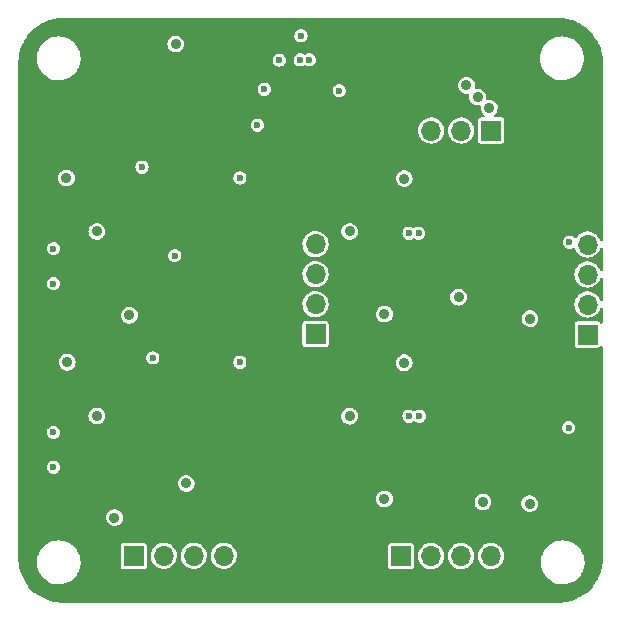
<source format=gbr>
%TF.GenerationSoftware,KiCad,Pcbnew,(6.0.4)*%
%TF.CreationDate,2022-03-26T16:13:01+01:00*%
%TF.ProjectId,Duino Coin,4475696e-6f20-4436-9f69-6e2e6b696361,rev?*%
%TF.SameCoordinates,Original*%
%TF.FileFunction,Copper,L3,Inr*%
%TF.FilePolarity,Positive*%
%FSLAX46Y46*%
G04 Gerber Fmt 4.6, Leading zero omitted, Abs format (unit mm)*
G04 Created by KiCad (PCBNEW (6.0.4)) date 2022-03-26 16:13:01*
%MOMM*%
%LPD*%
G01*
G04 APERTURE LIST*
%TA.AperFunction,ComponentPad*%
%ADD10R,1.700000X1.700000*%
%TD*%
%TA.AperFunction,ComponentPad*%
%ADD11O,1.700000X1.700000*%
%TD*%
%TA.AperFunction,ViaPad*%
%ADD12C,0.900000*%
%TD*%
%TA.AperFunction,ViaPad*%
%ADD13C,0.600000*%
%TD*%
G04 APERTURE END LIST*
D10*
%TO.N,/MOSI4*%
%TO.C,J2*%
X198450200Y-117043200D03*
D11*
%TO.N,/MISO4*%
X198450200Y-114503200D03*
%TO.N,/SCK4*%
X198450200Y-111963200D03*
%TO.N,/SS4*%
X198450200Y-109423200D03*
%TD*%
D10*
%TO.N,/MOSI3*%
%TO.C,J3*%
X182664100Y-135801100D03*
D11*
%TO.N,/MISO3*%
X185204100Y-135801100D03*
%TO.N,/SCK3*%
X187744100Y-135801100D03*
%TO.N,/SS3*%
X190284100Y-135801100D03*
%TD*%
D10*
%TO.N,/MOSI2*%
%TO.C,J5*%
X160020000Y-135775700D03*
D11*
%TO.N,/MISO2*%
X162560000Y-135775700D03*
%TO.N,/SCK2*%
X165100000Y-135775700D03*
%TO.N,/SS2*%
X167640000Y-135775700D03*
%TD*%
D10*
%TO.N,/MOSI1*%
%TO.C,J6*%
X175417480Y-117012720D03*
D11*
%TO.N,/MISO1*%
X175417480Y-114472720D03*
%TO.N,/SCK1*%
X175417480Y-111932720D03*
%TO.N,/SS1*%
X175417480Y-109392720D03*
%TD*%
D10*
%TO.N,+5V*%
%TO.C,J4*%
X190296800Y-99771200D03*
D11*
%TO.N,/D-*%
X187756800Y-99771200D03*
%TO.N,/D+*%
X185216800Y-99771200D03*
%TO.N,GND*%
X182676800Y-99771200D03*
%TD*%
D12*
%TO.N,GND*%
X165760400Y-96926400D03*
D13*
X156763720Y-121813320D03*
D12*
X193357500Y-124510800D03*
D13*
X176733200Y-113639600D03*
D12*
X172923200Y-125780800D03*
D13*
X174193200Y-98806000D03*
X158292800Y-108813600D03*
D12*
X172923200Y-110134400D03*
X197104000Y-110782100D03*
D13*
X155346400Y-129235200D03*
X157683200Y-111252000D03*
X157012640Y-106126280D03*
X178155600Y-126238000D03*
D12*
X187553600Y-108864400D03*
X183616600Y-96951800D03*
D13*
X179730400Y-108661200D03*
X169113200Y-91846400D03*
X193700400Y-108610400D03*
X179730400Y-124460000D03*
D12*
X187452000Y-124460000D03*
D13*
X176631600Y-129235200D03*
X185851800Y-120929400D03*
D12*
X179578000Y-91948000D03*
X178303000Y-121863028D03*
X172923200Y-108915200D03*
X182900320Y-105333800D03*
D13*
X162661600Y-128778000D03*
X158343600Y-124510800D03*
X157683200Y-126847600D03*
X155397200Y-113639600D03*
D12*
X184607200Y-95961200D03*
X172974000Y-124561600D03*
X191427102Y-131394200D03*
X177952400Y-101650800D03*
X182676800Y-97891600D03*
D13*
X178257200Y-110744000D03*
D12*
X162966400Y-98196400D03*
D13*
X169468800Y-126441200D03*
D12*
X191528700Y-115709700D03*
D13*
X162763200Y-113131600D03*
X169468800Y-110845600D03*
D12*
%TO.N,+5V*%
X178303000Y-123957000D03*
X156903500Y-108317000D03*
X188193680Y-95945960D03*
D13*
X160731200Y-102870000D03*
D12*
X154391360Y-119390160D03*
X189141100Y-96944180D03*
X182930800Y-119430800D03*
D13*
X163499800Y-110363000D03*
D12*
X187528200Y-113880900D03*
X178303000Y-108317000D03*
X156903500Y-123938000D03*
X189585600Y-131216400D03*
X154330400Y-103784400D03*
X159664400Y-115417600D03*
X190136780Y-97881440D03*
D13*
X161645600Y-119024400D03*
D12*
X182930800Y-103835200D03*
X193569500Y-115697000D03*
X181254400Y-130962400D03*
X193533350Y-131354150D03*
X181254400Y-115316000D03*
X164465000Y-129654300D03*
X158394400Y-132537200D03*
D13*
X172339000Y-93802200D03*
%TO.N,Net-(R25-Pad2)*%
X171069000Y-96266000D03*
%TO.N,Net-(R27-Pad2)*%
X174117000Y-93789500D03*
%TO.N,Net-(R28-Pad2)*%
X174879000Y-93789500D03*
D12*
%TO.N,+3V3*%
X163576000Y-92456000D03*
D13*
%TO.N,Net-(D17-Pad2)*%
X174180500Y-91757500D03*
%TO.N,Net-(C19-Pad1)*%
X170484800Y-99314000D03*
X177419000Y-96393000D03*
%TO.N,/DTR_2*%
X169011600Y-119380000D03*
%TO.N,/DTR_3*%
X196850000Y-124917200D03*
%TO.N,/DTR_1*%
X169011600Y-103784400D03*
%TO.N,/DTR_4*%
X196900800Y-109220000D03*
%TO.N,/RXD_4*%
X184150000Y-108458000D03*
%TO.N,/TXD_4*%
X183337200Y-108458000D03*
%TO.N,/RXD_2*%
X153212800Y-128270000D03*
%TO.N,/TXD_2*%
X153212800Y-125323600D03*
%TO.N,/RXD_3*%
X184200800Y-123952000D03*
%TO.N,/TXD_3*%
X183337200Y-123952000D03*
%TO.N,/RXD_1*%
X153212800Y-112725200D03*
%TO.N,/TXD_1*%
X153212800Y-109778800D03*
%TD*%
%TA.AperFunction,Conductor*%
%TO.N,GND*%
G36*
X195987103Y-90256921D02*
G01*
X196000000Y-90259486D01*
X196012169Y-90257066D01*
X196024569Y-90257066D01*
X196035624Y-90256251D01*
X196245747Y-90266573D01*
X196360945Y-90272232D01*
X196373241Y-90273443D01*
X196724595Y-90325562D01*
X196736701Y-90327969D01*
X197081253Y-90414275D01*
X197093085Y-90417864D01*
X197427513Y-90537524D01*
X197438937Y-90542256D01*
X197760021Y-90694118D01*
X197770926Y-90699947D01*
X198075582Y-90882551D01*
X198085863Y-90889421D01*
X198371153Y-91101006D01*
X198380691Y-91108832D01*
X198643887Y-91347380D01*
X198652620Y-91356113D01*
X198891168Y-91619309D01*
X198898994Y-91628847D01*
X199035489Y-91812889D01*
X199110579Y-91914137D01*
X199117449Y-91924418D01*
X199300053Y-92229074D01*
X199305882Y-92239979D01*
X199457744Y-92561063D01*
X199462476Y-92572487D01*
X199582136Y-92906915D01*
X199585725Y-92918746D01*
X199672031Y-93263299D01*
X199674438Y-93275405D01*
X199726278Y-93624883D01*
X199726556Y-93626754D01*
X199727768Y-93639055D01*
X199728449Y-93652932D01*
X199743749Y-93964376D01*
X199742934Y-93975431D01*
X199742934Y-93987831D01*
X199740514Y-94000000D01*
X199743079Y-94012894D01*
X199745500Y-94037476D01*
X199745500Y-109035714D01*
X199725498Y-109103835D01*
X199671842Y-109150328D01*
X199601568Y-109160432D01*
X199536988Y-109130938D01*
X199498231Y-109069916D01*
X199487325Y-109031246D01*
X199487324Y-109031244D01*
X199485757Y-109025687D01*
X199483065Y-109020227D01*
X199398531Y-108848809D01*
X199395976Y-108843628D01*
X199385072Y-108829025D01*
X199277977Y-108685609D01*
X199274520Y-108680979D01*
X199125458Y-108543187D01*
X199120575Y-108540106D01*
X199120571Y-108540103D01*
X198958664Y-108437948D01*
X198953781Y-108434867D01*
X198765239Y-108359646D01*
X198759579Y-108358520D01*
X198759575Y-108358519D01*
X198571813Y-108321171D01*
X198571810Y-108321171D01*
X198566146Y-108320044D01*
X198560371Y-108319968D01*
X198560367Y-108319968D01*
X198458993Y-108318641D01*
X198363171Y-108317387D01*
X198357474Y-108318366D01*
X198357473Y-108318366D01*
X198278932Y-108331862D01*
X198163110Y-108351764D01*
X197972663Y-108422024D01*
X197798210Y-108525812D01*
X197793870Y-108529618D01*
X197793866Y-108529621D01*
X197677067Y-108632052D01*
X197645592Y-108659655D01*
X197519920Y-108819069D01*
X197517229Y-108824184D01*
X197514085Y-108829025D01*
X197512273Y-108827848D01*
X197469472Y-108871993D01*
X197400340Y-108888154D01*
X197333444Y-108864374D01*
X197307425Y-108839057D01*
X197301304Y-108831080D01*
X197301300Y-108831076D01*
X197296274Y-108824526D01*
X197289724Y-108819500D01*
X197289721Y-108819497D01*
X197186996Y-108740673D01*
X197186994Y-108740672D01*
X197180443Y-108735645D01*
X197045554Y-108679772D01*
X196900800Y-108660715D01*
X196892612Y-108661793D01*
X196764232Y-108678694D01*
X196764230Y-108678695D01*
X196756046Y-108679772D01*
X196708230Y-108699578D01*
X196628786Y-108732485D01*
X196628784Y-108732486D01*
X196621158Y-108735645D01*
X196505326Y-108824526D01*
X196500303Y-108831072D01*
X196488140Y-108846923D01*
X196416445Y-108940358D01*
X196413286Y-108947984D01*
X196413285Y-108947986D01*
X196392474Y-108998228D01*
X196360572Y-109075246D01*
X196359495Y-109083430D01*
X196359494Y-109083432D01*
X196346120Y-109185019D01*
X196341515Y-109220000D01*
X196342593Y-109228188D01*
X196351978Y-109299472D01*
X196360572Y-109364754D01*
X196370976Y-109389872D01*
X196396203Y-109450773D01*
X196416445Y-109499642D01*
X196505326Y-109615474D01*
X196511876Y-109620500D01*
X196511879Y-109620503D01*
X196608385Y-109694555D01*
X196621157Y-109704355D01*
X196756046Y-109760228D01*
X196900800Y-109779285D01*
X196908988Y-109778207D01*
X197037366Y-109761306D01*
X197045554Y-109760228D01*
X197180443Y-109704355D01*
X197197350Y-109691382D01*
X197263567Y-109665782D01*
X197333116Y-109680046D01*
X197383912Y-109729647D01*
X197396175Y-109760328D01*
X197396851Y-109762989D01*
X197404592Y-109793469D01*
X197407009Y-109798712D01*
X197442402Y-109875485D01*
X197489577Y-109977816D01*
X197492910Y-109982532D01*
X197588044Y-110117144D01*
X197606733Y-110143589D01*
X197752138Y-110285235D01*
X197920920Y-110398012D01*
X197926223Y-110400290D01*
X197926226Y-110400292D01*
X198102121Y-110475862D01*
X198107428Y-110478142D01*
X198171717Y-110492689D01*
X198299779Y-110521667D01*
X198299784Y-110521668D01*
X198305416Y-110522942D01*
X198311187Y-110523169D01*
X198311189Y-110523169D01*
X198370956Y-110525517D01*
X198508253Y-110530912D01*
X198615375Y-110515380D01*
X198703431Y-110502613D01*
X198703436Y-110502612D01*
X198709145Y-110501784D01*
X198714609Y-110499929D01*
X198714614Y-110499928D01*
X198895893Y-110438392D01*
X198895898Y-110438390D01*
X198901365Y-110436534D01*
X199078476Y-110337347D01*
X199111728Y-110309692D01*
X199211836Y-110226432D01*
X199234545Y-110207545D01*
X199337831Y-110083358D01*
X199360653Y-110055918D01*
X199360655Y-110055915D01*
X199364347Y-110051476D01*
X199463534Y-109874365D01*
X199465390Y-109868898D01*
X199465392Y-109868893D01*
X199500187Y-109766389D01*
X199541024Y-109708312D01*
X199606777Y-109681534D01*
X199676569Y-109694555D01*
X199728242Y-109743242D01*
X199745500Y-109806890D01*
X199745500Y-111575714D01*
X199725498Y-111643835D01*
X199671842Y-111690328D01*
X199601568Y-111700432D01*
X199536988Y-111670938D01*
X199498231Y-111609916D01*
X199487325Y-111571246D01*
X199487324Y-111571244D01*
X199485757Y-111565687D01*
X199475178Y-111544233D01*
X199398531Y-111388809D01*
X199395976Y-111383628D01*
X199373216Y-111353148D01*
X199277977Y-111225609D01*
X199274520Y-111220979D01*
X199125458Y-111083187D01*
X199120575Y-111080106D01*
X199120571Y-111080103D01*
X198958664Y-110977948D01*
X198953781Y-110974867D01*
X198765239Y-110899646D01*
X198759579Y-110898520D01*
X198759575Y-110898519D01*
X198571813Y-110861171D01*
X198571810Y-110861171D01*
X198566146Y-110860044D01*
X198560371Y-110859968D01*
X198560367Y-110859968D01*
X198458993Y-110858641D01*
X198363171Y-110857387D01*
X198357474Y-110858366D01*
X198357473Y-110858366D01*
X198168807Y-110890785D01*
X198163110Y-110891764D01*
X197972663Y-110962024D01*
X197798210Y-111065812D01*
X197793870Y-111069618D01*
X197793866Y-111069621D01*
X197675175Y-111173711D01*
X197645592Y-111199655D01*
X197519920Y-111359069D01*
X197517231Y-111364180D01*
X197517229Y-111364183D01*
X197504273Y-111388809D01*
X197425403Y-111538715D01*
X197365207Y-111732578D01*
X197341348Y-111934164D01*
X197354624Y-112136722D01*
X197356045Y-112142318D01*
X197356046Y-112142323D01*
X197402364Y-112324697D01*
X197404592Y-112333469D01*
X197407009Y-112338712D01*
X197444210Y-112419408D01*
X197489577Y-112517816D01*
X197492910Y-112522532D01*
X197588044Y-112657144D01*
X197606733Y-112683589D01*
X197752138Y-112825235D01*
X197920920Y-112938012D01*
X197926223Y-112940290D01*
X197926226Y-112940292D01*
X198102121Y-113015862D01*
X198107428Y-113018142D01*
X198171717Y-113032689D01*
X198299779Y-113061667D01*
X198299784Y-113061668D01*
X198305416Y-113062942D01*
X198311187Y-113063169D01*
X198311189Y-113063169D01*
X198370956Y-113065517D01*
X198508253Y-113070912D01*
X198608699Y-113056348D01*
X198703431Y-113042613D01*
X198703436Y-113042612D01*
X198709145Y-113041784D01*
X198714609Y-113039929D01*
X198714614Y-113039928D01*
X198895893Y-112978392D01*
X198895898Y-112978390D01*
X198901365Y-112976534D01*
X199078476Y-112877347D01*
X199087366Y-112869954D01*
X199230113Y-112751231D01*
X199234545Y-112747545D01*
X199364347Y-112591476D01*
X199463534Y-112414365D01*
X199465390Y-112408898D01*
X199465392Y-112408893D01*
X199500187Y-112306389D01*
X199541024Y-112248312D01*
X199606777Y-112221534D01*
X199676569Y-112234555D01*
X199728242Y-112283242D01*
X199745500Y-112346890D01*
X199745500Y-114115714D01*
X199725498Y-114183835D01*
X199671842Y-114230328D01*
X199601568Y-114240432D01*
X199536988Y-114210938D01*
X199498231Y-114149916D01*
X199487325Y-114111246D01*
X199487324Y-114111244D01*
X199485757Y-114105687D01*
X199475178Y-114084233D01*
X199398531Y-113928809D01*
X199395976Y-113923628D01*
X199375168Y-113895762D01*
X199277977Y-113765609D01*
X199274520Y-113760979D01*
X199125458Y-113623187D01*
X199120575Y-113620106D01*
X199120571Y-113620103D01*
X198958664Y-113517948D01*
X198953781Y-113514867D01*
X198765239Y-113439646D01*
X198759579Y-113438520D01*
X198759575Y-113438519D01*
X198571813Y-113401171D01*
X198571810Y-113401171D01*
X198566146Y-113400044D01*
X198560371Y-113399968D01*
X198560367Y-113399968D01*
X198458993Y-113398641D01*
X198363171Y-113397387D01*
X198357474Y-113398366D01*
X198357473Y-113398366D01*
X198168807Y-113430785D01*
X198163110Y-113431764D01*
X197972663Y-113502024D01*
X197798210Y-113605812D01*
X197793870Y-113609618D01*
X197793866Y-113609621D01*
X197677561Y-113711619D01*
X197645592Y-113739655D01*
X197519920Y-113899069D01*
X197517231Y-113904180D01*
X197517229Y-113904183D01*
X197504273Y-113928809D01*
X197425403Y-114078715D01*
X197365207Y-114272578D01*
X197341348Y-114474164D01*
X197354624Y-114676722D01*
X197356045Y-114682318D01*
X197356046Y-114682323D01*
X197399379Y-114852943D01*
X197404592Y-114873469D01*
X197407009Y-114878712D01*
X197460066Y-114993801D01*
X197489577Y-115057816D01*
X197492910Y-115062532D01*
X197602175Y-115217139D01*
X197606733Y-115223589D01*
X197752138Y-115365235D01*
X197920920Y-115478012D01*
X197926223Y-115480290D01*
X197926226Y-115480292D01*
X198102121Y-115555862D01*
X198107428Y-115558142D01*
X198171717Y-115572689D01*
X198299779Y-115601667D01*
X198299784Y-115601668D01*
X198305416Y-115602942D01*
X198311187Y-115603169D01*
X198311189Y-115603169D01*
X198370956Y-115605517D01*
X198508253Y-115610912D01*
X198626576Y-115593756D01*
X198703431Y-115582613D01*
X198703436Y-115582612D01*
X198709145Y-115581784D01*
X198714609Y-115579929D01*
X198714614Y-115579928D01*
X198895893Y-115518392D01*
X198895898Y-115518390D01*
X198901365Y-115516534D01*
X198931466Y-115499677D01*
X198983550Y-115470508D01*
X199078476Y-115417347D01*
X199083112Y-115413492D01*
X199230113Y-115291231D01*
X199234545Y-115287545D01*
X199291663Y-115218869D01*
X199360653Y-115135918D01*
X199360655Y-115135915D01*
X199364347Y-115131476D01*
X199425606Y-115022091D01*
X199460710Y-114959408D01*
X199460711Y-114959406D01*
X199463534Y-114954365D01*
X199465390Y-114948898D01*
X199465392Y-114948893D01*
X199500187Y-114846389D01*
X199541024Y-114788312D01*
X199606777Y-114761534D01*
X199676569Y-114774555D01*
X199728242Y-114823242D01*
X199745500Y-114886890D01*
X199745500Y-115986185D01*
X199725498Y-116054306D01*
X199671842Y-116100799D01*
X199601568Y-116110903D01*
X199536988Y-116081409D01*
X199514735Y-116056187D01*
X199512673Y-116053100D01*
X199483684Y-116009716D01*
X199399501Y-115953466D01*
X199325267Y-115938700D01*
X198450342Y-115938700D01*
X197575134Y-115938701D01*
X197539382Y-115945812D01*
X197513074Y-115951044D01*
X197513072Y-115951045D01*
X197500899Y-115953466D01*
X197490579Y-115960361D01*
X197490578Y-115960362D01*
X197472839Y-115972215D01*
X197416716Y-116009716D01*
X197408651Y-116021786D01*
X197372699Y-116075592D01*
X197360466Y-116093899D01*
X197345700Y-116168133D01*
X197345701Y-117918266D01*
X197351982Y-117949846D01*
X197357152Y-117975837D01*
X197360466Y-117992501D01*
X197367361Y-118002821D01*
X197367362Y-118002822D01*
X197396350Y-118046204D01*
X197416716Y-118076684D01*
X197500899Y-118132934D01*
X197575133Y-118147700D01*
X198450058Y-118147700D01*
X199325266Y-118147699D01*
X199361018Y-118140588D01*
X199387326Y-118135356D01*
X199387328Y-118135355D01*
X199399501Y-118132934D01*
X199409821Y-118126039D01*
X199409822Y-118126038D01*
X199473368Y-118083577D01*
X199483684Y-118076684D01*
X199514736Y-118030212D01*
X199569212Y-117984685D01*
X199639655Y-117975837D01*
X199703699Y-118006479D01*
X199741010Y-118066880D01*
X199745500Y-118100215D01*
X199745500Y-135962524D01*
X199743079Y-135987103D01*
X199740514Y-136000000D01*
X199742934Y-136012169D01*
X199742934Y-136024569D01*
X199743749Y-136035624D01*
X199737081Y-136171369D01*
X199728025Y-136355716D01*
X199727768Y-136360940D01*
X199726557Y-136373241D01*
X199680722Y-136682237D01*
X199674440Y-136724586D01*
X199672031Y-136736701D01*
X199587385Y-137074625D01*
X199585725Y-137081253D01*
X199582136Y-137093085D01*
X199462476Y-137427513D01*
X199457744Y-137438937D01*
X199305882Y-137760021D01*
X199300053Y-137770926D01*
X199117449Y-138075582D01*
X199110579Y-138085863D01*
X198898994Y-138371153D01*
X198891168Y-138380691D01*
X198722626Y-138566648D01*
X198652625Y-138643882D01*
X198643887Y-138652620D01*
X198380691Y-138891168D01*
X198371153Y-138898994D01*
X198163082Y-139053310D01*
X198085863Y-139110579D01*
X198075582Y-139117449D01*
X197770926Y-139300053D01*
X197760021Y-139305882D01*
X197438937Y-139457744D01*
X197427513Y-139462476D01*
X197093085Y-139582136D01*
X197081254Y-139585725D01*
X196736701Y-139672031D01*
X196724595Y-139674438D01*
X196373241Y-139726557D01*
X196360945Y-139727768D01*
X196245747Y-139733427D01*
X196035624Y-139743749D01*
X196024569Y-139742934D01*
X196012169Y-139742934D01*
X196000000Y-139740514D01*
X195987103Y-139743079D01*
X195962524Y-139745500D01*
X154037476Y-139745500D01*
X154012897Y-139743079D01*
X154000000Y-139740514D01*
X153987831Y-139742934D01*
X153975431Y-139742934D01*
X153964376Y-139743749D01*
X153754253Y-139733427D01*
X153639055Y-139727768D01*
X153626759Y-139726557D01*
X153275405Y-139674438D01*
X153263299Y-139672031D01*
X152918746Y-139585725D01*
X152906915Y-139582136D01*
X152572487Y-139462476D01*
X152561063Y-139457744D01*
X152239979Y-139305882D01*
X152229074Y-139300053D01*
X151924418Y-139117449D01*
X151914137Y-139110579D01*
X151836918Y-139053310D01*
X151628847Y-138898994D01*
X151619309Y-138891168D01*
X151356113Y-138652620D01*
X151347375Y-138643882D01*
X151277374Y-138566648D01*
X151108832Y-138380691D01*
X151101006Y-138371153D01*
X150889421Y-138085863D01*
X150882551Y-138075582D01*
X150699947Y-137770926D01*
X150694118Y-137760021D01*
X150542256Y-137438937D01*
X150537524Y-137427513D01*
X150417864Y-137093085D01*
X150414275Y-137081253D01*
X150412615Y-137074625D01*
X150327969Y-136736701D01*
X150325560Y-136724586D01*
X150319279Y-136682237D01*
X150273954Y-136376686D01*
X151811018Y-136376686D01*
X151836579Y-136644600D01*
X151837664Y-136649034D01*
X151837665Y-136649040D01*
X151897424Y-136893255D01*
X151900547Y-136906018D01*
X152001583Y-137155463D01*
X152137569Y-137387710D01*
X152305658Y-137597895D01*
X152502327Y-137781613D01*
X152723457Y-137935016D01*
X152964416Y-138054891D01*
X152968750Y-138056312D01*
X152968753Y-138056313D01*
X153215823Y-138137307D01*
X153215829Y-138137308D01*
X153220156Y-138138727D01*
X153224647Y-138139507D01*
X153224648Y-138139507D01*
X153481538Y-138184111D01*
X153481546Y-138184112D01*
X153485319Y-138184767D01*
X153489156Y-138184958D01*
X153568777Y-138188922D01*
X153568785Y-138188922D01*
X153570348Y-138189000D01*
X153738374Y-138189000D01*
X153740642Y-138188835D01*
X153740654Y-138188835D01*
X153871457Y-138179344D01*
X153938425Y-138174485D01*
X153942880Y-138173501D01*
X153942883Y-138173501D01*
X154196770Y-138117447D01*
X154196772Y-138117446D01*
X154201226Y-138116463D01*
X154452900Y-138021113D01*
X154688172Y-137890431D01*
X154859050Y-137760021D01*
X154898491Y-137729921D01*
X154898495Y-137729917D01*
X154902116Y-137727154D01*
X155090249Y-137534703D01*
X155197242Y-137387710D01*
X155245942Y-137320804D01*
X155245947Y-137320797D01*
X155248630Y-137317110D01*
X155373941Y-137078933D01*
X155463557Y-136825162D01*
X155497930Y-136650766D01*
X155514720Y-136565583D01*
X155514721Y-136565577D01*
X155515601Y-136561111D01*
X155517373Y-136525524D01*
X155528755Y-136296883D01*
X155528755Y-136296877D01*
X155528982Y-136292314D01*
X155503421Y-136024400D01*
X155498158Y-136002888D01*
X155440539Y-135767420D01*
X155439453Y-135762982D01*
X155338417Y-135513537D01*
X155202431Y-135281290D01*
X155034342Y-135071105D01*
X154851853Y-134900633D01*
X158915500Y-134900633D01*
X158915501Y-136650766D01*
X158930266Y-136725001D01*
X158937161Y-136735320D01*
X158937162Y-136735322D01*
X158977516Y-136795715D01*
X158986516Y-136809184D01*
X159070699Y-136865434D01*
X159144933Y-136880200D01*
X160019858Y-136880200D01*
X160895066Y-136880199D01*
X160930818Y-136873088D01*
X160957126Y-136867856D01*
X160957128Y-136867855D01*
X160969301Y-136865434D01*
X160979621Y-136858539D01*
X160979622Y-136858538D01*
X161043168Y-136816077D01*
X161053484Y-136809184D01*
X161109734Y-136725001D01*
X161124500Y-136650767D01*
X161124499Y-135746664D01*
X161451148Y-135746664D01*
X161464424Y-135949222D01*
X161465845Y-135954818D01*
X161465846Y-135954823D01*
X161492570Y-136060045D01*
X161514392Y-136145969D01*
X161516809Y-136151212D01*
X161581858Y-136292314D01*
X161599377Y-136330316D01*
X161716533Y-136496089D01*
X161861938Y-136637735D01*
X162030720Y-136750512D01*
X162036023Y-136752790D01*
X162036026Y-136752792D01*
X162179503Y-136814434D01*
X162217228Y-136830642D01*
X162265112Y-136841477D01*
X162409579Y-136874167D01*
X162409584Y-136874168D01*
X162415216Y-136875442D01*
X162420987Y-136875669D01*
X162420989Y-136875669D01*
X162475940Y-136877828D01*
X162618053Y-136883412D01*
X162725348Y-136867855D01*
X162813231Y-136855113D01*
X162813236Y-136855112D01*
X162818945Y-136854284D01*
X162824409Y-136852429D01*
X162824414Y-136852428D01*
X163005693Y-136790892D01*
X163005698Y-136790890D01*
X163011165Y-136789034D01*
X163188276Y-136689847D01*
X163197429Y-136682235D01*
X163339913Y-136563731D01*
X163344345Y-136560045D01*
X163376412Y-136521489D01*
X163470453Y-136408418D01*
X163470455Y-136408415D01*
X163474147Y-136403976D01*
X163573334Y-136226865D01*
X163575190Y-136221398D01*
X163575192Y-136221393D01*
X163636728Y-136040114D01*
X163636729Y-136040109D01*
X163638584Y-136034645D01*
X163639412Y-136028936D01*
X163639413Y-136028931D01*
X163665600Y-135848320D01*
X163667712Y-135833753D01*
X163669232Y-135775700D01*
X163666564Y-135746664D01*
X163991148Y-135746664D01*
X164004424Y-135949222D01*
X164005845Y-135954818D01*
X164005846Y-135954823D01*
X164032570Y-136060045D01*
X164054392Y-136145969D01*
X164056809Y-136151212D01*
X164121858Y-136292314D01*
X164139377Y-136330316D01*
X164256533Y-136496089D01*
X164401938Y-136637735D01*
X164570720Y-136750512D01*
X164576023Y-136752790D01*
X164576026Y-136752792D01*
X164719503Y-136814434D01*
X164757228Y-136830642D01*
X164805112Y-136841477D01*
X164949579Y-136874167D01*
X164949584Y-136874168D01*
X164955216Y-136875442D01*
X164960987Y-136875669D01*
X164960989Y-136875669D01*
X165015940Y-136877828D01*
X165158053Y-136883412D01*
X165265348Y-136867855D01*
X165353231Y-136855113D01*
X165353236Y-136855112D01*
X165358945Y-136854284D01*
X165364409Y-136852429D01*
X165364414Y-136852428D01*
X165545693Y-136790892D01*
X165545698Y-136790890D01*
X165551165Y-136789034D01*
X165728276Y-136689847D01*
X165737429Y-136682235D01*
X165879913Y-136563731D01*
X165884345Y-136560045D01*
X165916412Y-136521489D01*
X166010453Y-136408418D01*
X166010455Y-136408415D01*
X166014147Y-136403976D01*
X166113334Y-136226865D01*
X166115190Y-136221398D01*
X166115192Y-136221393D01*
X166176728Y-136040114D01*
X166176729Y-136040109D01*
X166178584Y-136034645D01*
X166179412Y-136028936D01*
X166179413Y-136028931D01*
X166205600Y-135848320D01*
X166207712Y-135833753D01*
X166209232Y-135775700D01*
X166206564Y-135746664D01*
X166531148Y-135746664D01*
X166544424Y-135949222D01*
X166545845Y-135954818D01*
X166545846Y-135954823D01*
X166572570Y-136060045D01*
X166594392Y-136145969D01*
X166596809Y-136151212D01*
X166661858Y-136292314D01*
X166679377Y-136330316D01*
X166796533Y-136496089D01*
X166941938Y-136637735D01*
X167110720Y-136750512D01*
X167116023Y-136752790D01*
X167116026Y-136752792D01*
X167259503Y-136814434D01*
X167297228Y-136830642D01*
X167345112Y-136841477D01*
X167489579Y-136874167D01*
X167489584Y-136874168D01*
X167495216Y-136875442D01*
X167500987Y-136875669D01*
X167500989Y-136875669D01*
X167555940Y-136877828D01*
X167698053Y-136883412D01*
X167805348Y-136867855D01*
X167893231Y-136855113D01*
X167893236Y-136855112D01*
X167898945Y-136854284D01*
X167904409Y-136852429D01*
X167904414Y-136852428D01*
X168085693Y-136790892D01*
X168085698Y-136790890D01*
X168091165Y-136789034D01*
X168268276Y-136689847D01*
X168277429Y-136682235D01*
X168419913Y-136563731D01*
X168424345Y-136560045D01*
X168456412Y-136521489D01*
X168550453Y-136408418D01*
X168550455Y-136408415D01*
X168554147Y-136403976D01*
X168653334Y-136226865D01*
X168655190Y-136221398D01*
X168655192Y-136221393D01*
X168716728Y-136040114D01*
X168716729Y-136040109D01*
X168718584Y-136034645D01*
X168719412Y-136028936D01*
X168719413Y-136028931D01*
X168745600Y-135848320D01*
X168747712Y-135833753D01*
X168749232Y-135775700D01*
X168732175Y-135590067D01*
X168731187Y-135579313D01*
X168731186Y-135579310D01*
X168730658Y-135573559D01*
X168728233Y-135564961D01*
X168677125Y-135383746D01*
X168677124Y-135383744D01*
X168675557Y-135378187D01*
X168664978Y-135356733D01*
X168588331Y-135201309D01*
X168585776Y-135196128D01*
X168464320Y-135033479D01*
X168348086Y-134926033D01*
X181559600Y-134926033D01*
X181559601Y-136676166D01*
X181562322Y-136689847D01*
X181571644Y-136736714D01*
X181574366Y-136750401D01*
X181581261Y-136760720D01*
X181581262Y-136760722D01*
X181621326Y-136820680D01*
X181630616Y-136834584D01*
X181714799Y-136890834D01*
X181789033Y-136905600D01*
X182663958Y-136905600D01*
X183539166Y-136905599D01*
X183574918Y-136898488D01*
X183601226Y-136893256D01*
X183601228Y-136893255D01*
X183613401Y-136890834D01*
X183623721Y-136883939D01*
X183623722Y-136883938D01*
X183687268Y-136841477D01*
X183697584Y-136834584D01*
X183753834Y-136750401D01*
X183768600Y-136676167D01*
X183768599Y-135772064D01*
X184095248Y-135772064D01*
X184108524Y-135974622D01*
X184109945Y-135980218D01*
X184109946Y-135980223D01*
X184130219Y-136060045D01*
X184158492Y-136171369D01*
X184160909Y-136176612D01*
X184198110Y-136257308D01*
X184243477Y-136355716D01*
X184360633Y-136521489D01*
X184506038Y-136663135D01*
X184674820Y-136775912D01*
X184680123Y-136778190D01*
X184680126Y-136778192D01*
X184805175Y-136831917D01*
X184861328Y-136856042D01*
X184934344Y-136872564D01*
X185053679Y-136899567D01*
X185053684Y-136899568D01*
X185059316Y-136900842D01*
X185065087Y-136901069D01*
X185065089Y-136901069D01*
X185124856Y-136903417D01*
X185262153Y-136908812D01*
X185369448Y-136893255D01*
X185457331Y-136880513D01*
X185457336Y-136880512D01*
X185463045Y-136879684D01*
X185468509Y-136877829D01*
X185468514Y-136877828D01*
X185649793Y-136816292D01*
X185649798Y-136816290D01*
X185655265Y-136814434D01*
X185832376Y-136715247D01*
X185859520Y-136692672D01*
X185984013Y-136589131D01*
X185988445Y-136585445D01*
X186118247Y-136429376D01*
X186192447Y-136296883D01*
X186214610Y-136257308D01*
X186214611Y-136257306D01*
X186217434Y-136252265D01*
X186219290Y-136246798D01*
X186219292Y-136246793D01*
X186280828Y-136065514D01*
X186280829Y-136065509D01*
X186282684Y-136060045D01*
X186283512Y-136054336D01*
X186283513Y-136054331D01*
X186311279Y-135862827D01*
X186311812Y-135859153D01*
X186313332Y-135801100D01*
X186310664Y-135772064D01*
X186635248Y-135772064D01*
X186648524Y-135974622D01*
X186649945Y-135980218D01*
X186649946Y-135980223D01*
X186670219Y-136060045D01*
X186698492Y-136171369D01*
X186700909Y-136176612D01*
X186738110Y-136257308D01*
X186783477Y-136355716D01*
X186900633Y-136521489D01*
X187046038Y-136663135D01*
X187214820Y-136775912D01*
X187220123Y-136778190D01*
X187220126Y-136778192D01*
X187345175Y-136831917D01*
X187401328Y-136856042D01*
X187474344Y-136872564D01*
X187593679Y-136899567D01*
X187593684Y-136899568D01*
X187599316Y-136900842D01*
X187605087Y-136901069D01*
X187605089Y-136901069D01*
X187664856Y-136903417D01*
X187802153Y-136908812D01*
X187909448Y-136893255D01*
X187997331Y-136880513D01*
X187997336Y-136880512D01*
X188003045Y-136879684D01*
X188008509Y-136877829D01*
X188008514Y-136877828D01*
X188189793Y-136816292D01*
X188189798Y-136816290D01*
X188195265Y-136814434D01*
X188372376Y-136715247D01*
X188399520Y-136692672D01*
X188524013Y-136589131D01*
X188528445Y-136585445D01*
X188658247Y-136429376D01*
X188732447Y-136296883D01*
X188754610Y-136257308D01*
X188754611Y-136257306D01*
X188757434Y-136252265D01*
X188759290Y-136246798D01*
X188759292Y-136246793D01*
X188820828Y-136065514D01*
X188820829Y-136065509D01*
X188822684Y-136060045D01*
X188823512Y-136054336D01*
X188823513Y-136054331D01*
X188851279Y-135862827D01*
X188851812Y-135859153D01*
X188853332Y-135801100D01*
X188850664Y-135772064D01*
X189175248Y-135772064D01*
X189188524Y-135974622D01*
X189189945Y-135980218D01*
X189189946Y-135980223D01*
X189210219Y-136060045D01*
X189238492Y-136171369D01*
X189240909Y-136176612D01*
X189278110Y-136257308D01*
X189323477Y-136355716D01*
X189440633Y-136521489D01*
X189586038Y-136663135D01*
X189754820Y-136775912D01*
X189760123Y-136778190D01*
X189760126Y-136778192D01*
X189885175Y-136831917D01*
X189941328Y-136856042D01*
X190014344Y-136872564D01*
X190133679Y-136899567D01*
X190133684Y-136899568D01*
X190139316Y-136900842D01*
X190145087Y-136901069D01*
X190145089Y-136901069D01*
X190204856Y-136903417D01*
X190342153Y-136908812D01*
X190449448Y-136893255D01*
X190537331Y-136880513D01*
X190537336Y-136880512D01*
X190543045Y-136879684D01*
X190548509Y-136877829D01*
X190548514Y-136877828D01*
X190729793Y-136816292D01*
X190729798Y-136816290D01*
X190735265Y-136814434D01*
X190912376Y-136715247D01*
X190939520Y-136692672D01*
X191064013Y-136589131D01*
X191068445Y-136585445D01*
X191198247Y-136429376D01*
X191227755Y-136376686D01*
X194483018Y-136376686D01*
X194508579Y-136644600D01*
X194509664Y-136649034D01*
X194509665Y-136649040D01*
X194569424Y-136893255D01*
X194572547Y-136906018D01*
X194673583Y-137155463D01*
X194809569Y-137387710D01*
X194977658Y-137597895D01*
X195174327Y-137781613D01*
X195395457Y-137935016D01*
X195636416Y-138054891D01*
X195640750Y-138056312D01*
X195640753Y-138056313D01*
X195887823Y-138137307D01*
X195887829Y-138137308D01*
X195892156Y-138138727D01*
X195896647Y-138139507D01*
X195896648Y-138139507D01*
X196153538Y-138184111D01*
X196153546Y-138184112D01*
X196157319Y-138184767D01*
X196161156Y-138184958D01*
X196240777Y-138188922D01*
X196240785Y-138188922D01*
X196242348Y-138189000D01*
X196410374Y-138189000D01*
X196412642Y-138188835D01*
X196412654Y-138188835D01*
X196543457Y-138179344D01*
X196610425Y-138174485D01*
X196614880Y-138173501D01*
X196614883Y-138173501D01*
X196868770Y-138117447D01*
X196868772Y-138117446D01*
X196873226Y-138116463D01*
X197124900Y-138021113D01*
X197360172Y-137890431D01*
X197531050Y-137760021D01*
X197570491Y-137729921D01*
X197570495Y-137729917D01*
X197574116Y-137727154D01*
X197762249Y-137534703D01*
X197869242Y-137387710D01*
X197917942Y-137320804D01*
X197917947Y-137320797D01*
X197920630Y-137317110D01*
X198045941Y-137078933D01*
X198135557Y-136825162D01*
X198169930Y-136650766D01*
X198186720Y-136565583D01*
X198186721Y-136565577D01*
X198187601Y-136561111D01*
X198189373Y-136525524D01*
X198200755Y-136296883D01*
X198200755Y-136296877D01*
X198200982Y-136292314D01*
X198175421Y-136024400D01*
X198170158Y-136002888D01*
X198112539Y-135767420D01*
X198111453Y-135762982D01*
X198010417Y-135513537D01*
X197874431Y-135281290D01*
X197706342Y-135071105D01*
X197509673Y-134887387D01*
X197300409Y-134742216D01*
X197292291Y-134736584D01*
X197292290Y-134736584D01*
X197288543Y-134733984D01*
X197047584Y-134614109D01*
X197043250Y-134612688D01*
X197043247Y-134612687D01*
X196796177Y-134531693D01*
X196796171Y-134531692D01*
X196791844Y-134530273D01*
X196787352Y-134529493D01*
X196530462Y-134484889D01*
X196530454Y-134484888D01*
X196526681Y-134484233D01*
X196516718Y-134483737D01*
X196443223Y-134480078D01*
X196443215Y-134480078D01*
X196441652Y-134480000D01*
X196273626Y-134480000D01*
X196271358Y-134480165D01*
X196271346Y-134480165D01*
X196140543Y-134489656D01*
X196073575Y-134494515D01*
X196069120Y-134495499D01*
X196069117Y-134495499D01*
X195815230Y-134551553D01*
X195815228Y-134551554D01*
X195810774Y-134552537D01*
X195559100Y-134647887D01*
X195555114Y-134650101D01*
X195555112Y-134650102D01*
X195389276Y-134742216D01*
X195323828Y-134778569D01*
X195320196Y-134781341D01*
X195113509Y-134939079D01*
X195113505Y-134939083D01*
X195109884Y-134941846D01*
X195106699Y-134945104D01*
X195106698Y-134945105D01*
X195036718Y-135016691D01*
X194921751Y-135134297D01*
X194919066Y-135137986D01*
X194766058Y-135348196D01*
X194766053Y-135348203D01*
X194763370Y-135351890D01*
X194638059Y-135590067D01*
X194548443Y-135843838D01*
X194528809Y-135943455D01*
X194512855Y-136024400D01*
X194496399Y-136107889D01*
X194496172Y-136112442D01*
X194496172Y-136112445D01*
X194483802Y-136360940D01*
X194483018Y-136376686D01*
X191227755Y-136376686D01*
X191272447Y-136296883D01*
X191294610Y-136257308D01*
X191294611Y-136257306D01*
X191297434Y-136252265D01*
X191299290Y-136246798D01*
X191299292Y-136246793D01*
X191360828Y-136065514D01*
X191360829Y-136065509D01*
X191362684Y-136060045D01*
X191363512Y-136054336D01*
X191363513Y-136054331D01*
X191391279Y-135862827D01*
X191391812Y-135859153D01*
X191393332Y-135801100D01*
X191374758Y-135598959D01*
X191369217Y-135579313D01*
X191321225Y-135409146D01*
X191321224Y-135409144D01*
X191319657Y-135403587D01*
X191309078Y-135382133D01*
X191232431Y-135226709D01*
X191229876Y-135221528D01*
X191108420Y-135058879D01*
X190959358Y-134921087D01*
X190954475Y-134918006D01*
X190954471Y-134918003D01*
X190792564Y-134815848D01*
X190787681Y-134812767D01*
X190599139Y-134737546D01*
X190593479Y-134736420D01*
X190593475Y-134736419D01*
X190405713Y-134699071D01*
X190405710Y-134699071D01*
X190400046Y-134697944D01*
X190394271Y-134697868D01*
X190394267Y-134697868D01*
X190292893Y-134696541D01*
X190197071Y-134695287D01*
X190191374Y-134696266D01*
X190191373Y-134696266D01*
X190103497Y-134711366D01*
X189997010Y-134729664D01*
X189806563Y-134799924D01*
X189632110Y-134903712D01*
X189627770Y-134907518D01*
X189627766Y-134907521D01*
X189512796Y-135008348D01*
X189479492Y-135037555D01*
X189353820Y-135196969D01*
X189351131Y-135202080D01*
X189351129Y-135202083D01*
X189338173Y-135226709D01*
X189259303Y-135376615D01*
X189250928Y-135403587D01*
X189205213Y-135550815D01*
X189199107Y-135570478D01*
X189175248Y-135772064D01*
X188850664Y-135772064D01*
X188834758Y-135598959D01*
X188829217Y-135579313D01*
X188781225Y-135409146D01*
X188781224Y-135409144D01*
X188779657Y-135403587D01*
X188769078Y-135382133D01*
X188692431Y-135226709D01*
X188689876Y-135221528D01*
X188568420Y-135058879D01*
X188419358Y-134921087D01*
X188414475Y-134918006D01*
X188414471Y-134918003D01*
X188252564Y-134815848D01*
X188247681Y-134812767D01*
X188059139Y-134737546D01*
X188053479Y-134736420D01*
X188053475Y-134736419D01*
X187865713Y-134699071D01*
X187865710Y-134699071D01*
X187860046Y-134697944D01*
X187854271Y-134697868D01*
X187854267Y-134697868D01*
X187752893Y-134696541D01*
X187657071Y-134695287D01*
X187651374Y-134696266D01*
X187651373Y-134696266D01*
X187563497Y-134711366D01*
X187457010Y-134729664D01*
X187266563Y-134799924D01*
X187092110Y-134903712D01*
X187087770Y-134907518D01*
X187087766Y-134907521D01*
X186972796Y-135008348D01*
X186939492Y-135037555D01*
X186813820Y-135196969D01*
X186811131Y-135202080D01*
X186811129Y-135202083D01*
X186798173Y-135226709D01*
X186719303Y-135376615D01*
X186710928Y-135403587D01*
X186665213Y-135550815D01*
X186659107Y-135570478D01*
X186635248Y-135772064D01*
X186310664Y-135772064D01*
X186294758Y-135598959D01*
X186289217Y-135579313D01*
X186241225Y-135409146D01*
X186241224Y-135409144D01*
X186239657Y-135403587D01*
X186229078Y-135382133D01*
X186152431Y-135226709D01*
X186149876Y-135221528D01*
X186028420Y-135058879D01*
X185879358Y-134921087D01*
X185874475Y-134918006D01*
X185874471Y-134918003D01*
X185712564Y-134815848D01*
X185707681Y-134812767D01*
X185519139Y-134737546D01*
X185513479Y-134736420D01*
X185513475Y-134736419D01*
X185325713Y-134699071D01*
X185325710Y-134699071D01*
X185320046Y-134697944D01*
X185314271Y-134697868D01*
X185314267Y-134697868D01*
X185212893Y-134696541D01*
X185117071Y-134695287D01*
X185111374Y-134696266D01*
X185111373Y-134696266D01*
X185023497Y-134711366D01*
X184917010Y-134729664D01*
X184726563Y-134799924D01*
X184552110Y-134903712D01*
X184547770Y-134907518D01*
X184547766Y-134907521D01*
X184432796Y-135008348D01*
X184399492Y-135037555D01*
X184273820Y-135196969D01*
X184271131Y-135202080D01*
X184271129Y-135202083D01*
X184258173Y-135226709D01*
X184179303Y-135376615D01*
X184170928Y-135403587D01*
X184125213Y-135550815D01*
X184119107Y-135570478D01*
X184095248Y-135772064D01*
X183768599Y-135772064D01*
X183768599Y-134926034D01*
X183759865Y-134882121D01*
X183756256Y-134863974D01*
X183756255Y-134863972D01*
X183753834Y-134851799D01*
X183744998Y-134838574D01*
X183704477Y-134777932D01*
X183697584Y-134767616D01*
X183613401Y-134711366D01*
X183539167Y-134696600D01*
X182664242Y-134696600D01*
X181789034Y-134696601D01*
X181753282Y-134703712D01*
X181726974Y-134708944D01*
X181726972Y-134708945D01*
X181714799Y-134711366D01*
X181704479Y-134718261D01*
X181704478Y-134718262D01*
X181644085Y-134758616D01*
X181630616Y-134767616D01*
X181574366Y-134851799D01*
X181559600Y-134926033D01*
X168348086Y-134926033D01*
X168346980Y-134925011D01*
X168319503Y-134899611D01*
X168315258Y-134895687D01*
X168310375Y-134892606D01*
X168310371Y-134892603D01*
X168148464Y-134790448D01*
X168143581Y-134787367D01*
X167955039Y-134712146D01*
X167949379Y-134711020D01*
X167949375Y-134711019D01*
X167761613Y-134673671D01*
X167761610Y-134673671D01*
X167755946Y-134672544D01*
X167750171Y-134672468D01*
X167750167Y-134672468D01*
X167648793Y-134671141D01*
X167552971Y-134669887D01*
X167547274Y-134670866D01*
X167547273Y-134670866D01*
X167390132Y-134697868D01*
X167352910Y-134704264D01*
X167162463Y-134774524D01*
X166988010Y-134878312D01*
X166983670Y-134882118D01*
X166983666Y-134882121D01*
X166839733Y-135008348D01*
X166835392Y-135012155D01*
X166709720Y-135171569D01*
X166707031Y-135176680D01*
X166707029Y-135176683D01*
X166683435Y-135221528D01*
X166615203Y-135351215D01*
X166555007Y-135545078D01*
X166531148Y-135746664D01*
X166206564Y-135746664D01*
X166192175Y-135590067D01*
X166191187Y-135579313D01*
X166191186Y-135579310D01*
X166190658Y-135573559D01*
X166188233Y-135564961D01*
X166137125Y-135383746D01*
X166137124Y-135383744D01*
X166135557Y-135378187D01*
X166124978Y-135356733D01*
X166048331Y-135201309D01*
X166045776Y-135196128D01*
X165924320Y-135033479D01*
X165806980Y-134925011D01*
X165779503Y-134899611D01*
X165775258Y-134895687D01*
X165770375Y-134892606D01*
X165770371Y-134892603D01*
X165608464Y-134790448D01*
X165603581Y-134787367D01*
X165415039Y-134712146D01*
X165409379Y-134711020D01*
X165409375Y-134711019D01*
X165221613Y-134673671D01*
X165221610Y-134673671D01*
X165215946Y-134672544D01*
X165210171Y-134672468D01*
X165210167Y-134672468D01*
X165108793Y-134671141D01*
X165012971Y-134669887D01*
X165007274Y-134670866D01*
X165007273Y-134670866D01*
X164850132Y-134697868D01*
X164812910Y-134704264D01*
X164622463Y-134774524D01*
X164448010Y-134878312D01*
X164443670Y-134882118D01*
X164443666Y-134882121D01*
X164299733Y-135008348D01*
X164295392Y-135012155D01*
X164169720Y-135171569D01*
X164167031Y-135176680D01*
X164167029Y-135176683D01*
X164143435Y-135221528D01*
X164075203Y-135351215D01*
X164015007Y-135545078D01*
X163991148Y-135746664D01*
X163666564Y-135746664D01*
X163652175Y-135590067D01*
X163651187Y-135579313D01*
X163651186Y-135579310D01*
X163650658Y-135573559D01*
X163648233Y-135564961D01*
X163597125Y-135383746D01*
X163597124Y-135383744D01*
X163595557Y-135378187D01*
X163584978Y-135356733D01*
X163508331Y-135201309D01*
X163505776Y-135196128D01*
X163384320Y-135033479D01*
X163266980Y-134925011D01*
X163239503Y-134899611D01*
X163235258Y-134895687D01*
X163230375Y-134892606D01*
X163230371Y-134892603D01*
X163068464Y-134790448D01*
X163063581Y-134787367D01*
X162875039Y-134712146D01*
X162869379Y-134711020D01*
X162869375Y-134711019D01*
X162681613Y-134673671D01*
X162681610Y-134673671D01*
X162675946Y-134672544D01*
X162670171Y-134672468D01*
X162670167Y-134672468D01*
X162568793Y-134671141D01*
X162472971Y-134669887D01*
X162467274Y-134670866D01*
X162467273Y-134670866D01*
X162310132Y-134697868D01*
X162272910Y-134704264D01*
X162082463Y-134774524D01*
X161908010Y-134878312D01*
X161903670Y-134882118D01*
X161903666Y-134882121D01*
X161759733Y-135008348D01*
X161755392Y-135012155D01*
X161629720Y-135171569D01*
X161627031Y-135176680D01*
X161627029Y-135176683D01*
X161603435Y-135221528D01*
X161535203Y-135351215D01*
X161475007Y-135545078D01*
X161451148Y-135746664D01*
X161124499Y-135746664D01*
X161124499Y-134900634D01*
X161117388Y-134864882D01*
X161112156Y-134838574D01*
X161112155Y-134838572D01*
X161109734Y-134826399D01*
X161100626Y-134812767D01*
X161060377Y-134752532D01*
X161053484Y-134742216D01*
X160969301Y-134685966D01*
X160895067Y-134671200D01*
X160020142Y-134671200D01*
X159144934Y-134671201D01*
X159109182Y-134678312D01*
X159082874Y-134683544D01*
X159082872Y-134683545D01*
X159070699Y-134685966D01*
X159060379Y-134692861D01*
X159060378Y-134692862D01*
X159022367Y-134718261D01*
X158986516Y-134742216D01*
X158930266Y-134826399D01*
X158915500Y-134900633D01*
X154851853Y-134900633D01*
X154837673Y-134887387D01*
X154628409Y-134742216D01*
X154620291Y-134736584D01*
X154620290Y-134736584D01*
X154616543Y-134733984D01*
X154375584Y-134614109D01*
X154371250Y-134612688D01*
X154371247Y-134612687D01*
X154124177Y-134531693D01*
X154124171Y-134531692D01*
X154119844Y-134530273D01*
X154115352Y-134529493D01*
X153858462Y-134484889D01*
X153858454Y-134484888D01*
X153854681Y-134484233D01*
X153844718Y-134483737D01*
X153771223Y-134480078D01*
X153771215Y-134480078D01*
X153769652Y-134480000D01*
X153601626Y-134480000D01*
X153599358Y-134480165D01*
X153599346Y-134480165D01*
X153468543Y-134489656D01*
X153401575Y-134494515D01*
X153397120Y-134495499D01*
X153397117Y-134495499D01*
X153143230Y-134551553D01*
X153143228Y-134551554D01*
X153138774Y-134552537D01*
X152887100Y-134647887D01*
X152883114Y-134650101D01*
X152883112Y-134650102D01*
X152717276Y-134742216D01*
X152651828Y-134778569D01*
X152648196Y-134781341D01*
X152441509Y-134939079D01*
X152441505Y-134939083D01*
X152437884Y-134941846D01*
X152434699Y-134945104D01*
X152434698Y-134945105D01*
X152364718Y-135016691D01*
X152249751Y-135134297D01*
X152247066Y-135137986D01*
X152094058Y-135348196D01*
X152094053Y-135348203D01*
X152091370Y-135351890D01*
X151966059Y-135590067D01*
X151876443Y-135843838D01*
X151856809Y-135943455D01*
X151840855Y-136024400D01*
X151824399Y-136107889D01*
X151824172Y-136112442D01*
X151824172Y-136112445D01*
X151811802Y-136360940D01*
X151811018Y-136376686D01*
X150273954Y-136376686D01*
X150273443Y-136373241D01*
X150272232Y-136360940D01*
X150271976Y-136355716D01*
X150262919Y-136171369D01*
X150256251Y-136035624D01*
X150257066Y-136024569D01*
X150257066Y-136012169D01*
X150259486Y-136000000D01*
X150256921Y-135987103D01*
X150254500Y-135962524D01*
X150254500Y-132529768D01*
X157684765Y-132529768D01*
X157703476Y-132699255D01*
X157762076Y-132859385D01*
X157766312Y-132865688D01*
X157766313Y-132865691D01*
X157852940Y-132994607D01*
X157852943Y-132994610D01*
X157857180Y-133000916D01*
X157862800Y-133006030D01*
X157862802Y-133006032D01*
X157977683Y-133110565D01*
X157983299Y-133115675D01*
X158133152Y-133197038D01*
X158298086Y-133240308D01*
X158384996Y-133241673D01*
X158460982Y-133242867D01*
X158460985Y-133242867D01*
X158468581Y-133242986D01*
X158475986Y-133241290D01*
X158475987Y-133241290D01*
X158536872Y-133227345D01*
X158634793Y-133204919D01*
X158710961Y-133166611D01*
X158780345Y-133131715D01*
X158780348Y-133131713D01*
X158787128Y-133128303D01*
X158916789Y-133017561D01*
X159016292Y-132879088D01*
X159079892Y-132720877D01*
X159103918Y-132552062D01*
X159104074Y-132537200D01*
X159083589Y-132367919D01*
X159023316Y-132208411D01*
X158926734Y-132067884D01*
X158917814Y-132059936D01*
X158805091Y-131959504D01*
X158799421Y-131954452D01*
X158791470Y-131950242D01*
X158655437Y-131878216D01*
X158655435Y-131878215D01*
X158648724Y-131874662D01*
X158640575Y-131872615D01*
X158490717Y-131834973D01*
X158490713Y-131834973D01*
X158483346Y-131833122D01*
X158475747Y-131833082D01*
X158475745Y-131833082D01*
X158404829Y-131832711D01*
X158312832Y-131832229D01*
X158305452Y-131834001D01*
X158305450Y-131834001D01*
X158154406Y-131870263D01*
X158154402Y-131870264D01*
X158147027Y-131872035D01*
X158123615Y-131884119D01*
X158014724Y-131940322D01*
X157995504Y-131950242D01*
X157989782Y-131955234D01*
X157989780Y-131955235D01*
X157917307Y-132018457D01*
X157867009Y-132062335D01*
X157768962Y-132201843D01*
X157707022Y-132360711D01*
X157684765Y-132529768D01*
X150254500Y-132529768D01*
X150254500Y-130954968D01*
X180544765Y-130954968D01*
X180563476Y-131124455D01*
X180622076Y-131284585D01*
X180626312Y-131290888D01*
X180626313Y-131290891D01*
X180712940Y-131419807D01*
X180712943Y-131419810D01*
X180717180Y-131426116D01*
X180722800Y-131431230D01*
X180722802Y-131431232D01*
X180831684Y-131530306D01*
X180843299Y-131540875D01*
X180993152Y-131622238D01*
X181158086Y-131665508D01*
X181244996Y-131666873D01*
X181320982Y-131668067D01*
X181320985Y-131668067D01*
X181328581Y-131668186D01*
X181335986Y-131666490D01*
X181335987Y-131666490D01*
X181396872Y-131652545D01*
X181494793Y-131630119D01*
X181570961Y-131591811D01*
X181640345Y-131556915D01*
X181640348Y-131556913D01*
X181647128Y-131553503D01*
X181776789Y-131442761D01*
X181876292Y-131304288D01*
X181914610Y-131208968D01*
X188875965Y-131208968D01*
X188894676Y-131378455D01*
X188953276Y-131538585D01*
X188957512Y-131544888D01*
X188957513Y-131544891D01*
X189044140Y-131673807D01*
X189044143Y-131673810D01*
X189048380Y-131680116D01*
X189054000Y-131685230D01*
X189054002Y-131685232D01*
X189072654Y-131702204D01*
X189174499Y-131794875D01*
X189324352Y-131876238D01*
X189489286Y-131919508D01*
X189576196Y-131920873D01*
X189652182Y-131922067D01*
X189652185Y-131922067D01*
X189659781Y-131922186D01*
X189667186Y-131920490D01*
X189667187Y-131920490D01*
X189728072Y-131906545D01*
X189825993Y-131884119D01*
X189923710Y-131834973D01*
X189971545Y-131810915D01*
X189971548Y-131810913D01*
X189978328Y-131807503D01*
X190107989Y-131696761D01*
X190207492Y-131558288D01*
X190271092Y-131400077D01*
X190278686Y-131346718D01*
X192823715Y-131346718D01*
X192842426Y-131516205D01*
X192901026Y-131676335D01*
X192905262Y-131682638D01*
X192905263Y-131682641D01*
X192991890Y-131811557D01*
X192991893Y-131811560D01*
X192996130Y-131817866D01*
X193001750Y-131822980D01*
X193001752Y-131822982D01*
X193116633Y-131927515D01*
X193122249Y-131932625D01*
X193272102Y-132013988D01*
X193437036Y-132057258D01*
X193523946Y-132058623D01*
X193599932Y-132059817D01*
X193599935Y-132059817D01*
X193607531Y-132059936D01*
X193614936Y-132058240D01*
X193614937Y-132058240D01*
X193675822Y-132044295D01*
X193773743Y-132021869D01*
X193849911Y-131983561D01*
X193919295Y-131948665D01*
X193919298Y-131948663D01*
X193926078Y-131945253D01*
X194055739Y-131834511D01*
X194155242Y-131696038D01*
X194218842Y-131537827D01*
X194242868Y-131369012D01*
X194243024Y-131354150D01*
X194222539Y-131184869D01*
X194162266Y-131025361D01*
X194108710Y-130947437D01*
X194069986Y-130891093D01*
X194069985Y-130891092D01*
X194065684Y-130884834D01*
X194054453Y-130874827D01*
X193963111Y-130793445D01*
X193938371Y-130771402D01*
X193930420Y-130767192D01*
X193794387Y-130695166D01*
X193794385Y-130695165D01*
X193787674Y-130691612D01*
X193780309Y-130689762D01*
X193629667Y-130651923D01*
X193629663Y-130651923D01*
X193622296Y-130650072D01*
X193614697Y-130650032D01*
X193614695Y-130650032D01*
X193543779Y-130649661D01*
X193451782Y-130649179D01*
X193444402Y-130650951D01*
X193444400Y-130650951D01*
X193293356Y-130687213D01*
X193293352Y-130687214D01*
X193285977Y-130688985D01*
X193134454Y-130767192D01*
X193128732Y-130772184D01*
X193128730Y-130772185D01*
X193096090Y-130800659D01*
X193005959Y-130879285D01*
X192907912Y-131018793D01*
X192845972Y-131177661D01*
X192844980Y-131185194D01*
X192844980Y-131185195D01*
X192831065Y-131290891D01*
X192823715Y-131346718D01*
X190278686Y-131346718D01*
X190295118Y-131231262D01*
X190295274Y-131216400D01*
X190274789Y-131047119D01*
X190214516Y-130887611D01*
X190149573Y-130793119D01*
X190122236Y-130753343D01*
X190122235Y-130753342D01*
X190117934Y-130747084D01*
X189990621Y-130633652D01*
X189982670Y-130629442D01*
X189846637Y-130557416D01*
X189846635Y-130557415D01*
X189839924Y-130553862D01*
X189832559Y-130552012D01*
X189681917Y-130514173D01*
X189681913Y-130514173D01*
X189674546Y-130512322D01*
X189666947Y-130512282D01*
X189666945Y-130512282D01*
X189596029Y-130511911D01*
X189504032Y-130511429D01*
X189496652Y-130513201D01*
X189496650Y-130513201D01*
X189345606Y-130549463D01*
X189345602Y-130549464D01*
X189338227Y-130551235D01*
X189186704Y-130629442D01*
X189180982Y-130634434D01*
X189180980Y-130634435D01*
X189115437Y-130691612D01*
X189058209Y-130741535D01*
X188960162Y-130881043D01*
X188924256Y-130973138D01*
X188903895Y-131025361D01*
X188898222Y-131039911D01*
X188897230Y-131047444D01*
X188897230Y-131047445D01*
X188879095Y-131185195D01*
X188875965Y-131208968D01*
X181914610Y-131208968D01*
X181939892Y-131146077D01*
X181963918Y-130977262D01*
X181964074Y-130962400D01*
X181943589Y-130793119D01*
X181883316Y-130633611D01*
X181874530Y-130620827D01*
X181791036Y-130499343D01*
X181791035Y-130499342D01*
X181786734Y-130493084D01*
X181659421Y-130379652D01*
X181651470Y-130375442D01*
X181515437Y-130303416D01*
X181515435Y-130303415D01*
X181508724Y-130299862D01*
X181501359Y-130298012D01*
X181350717Y-130260173D01*
X181350713Y-130260173D01*
X181343346Y-130258322D01*
X181335747Y-130258282D01*
X181335745Y-130258282D01*
X181264829Y-130257911D01*
X181172832Y-130257429D01*
X181165452Y-130259201D01*
X181165450Y-130259201D01*
X181014406Y-130295463D01*
X181014402Y-130295464D01*
X181007027Y-130297235D01*
X181000282Y-130300716D01*
X181000283Y-130300716D01*
X180888542Y-130358390D01*
X180855504Y-130375442D01*
X180849782Y-130380434D01*
X180849780Y-130380435D01*
X180732736Y-130482539D01*
X180727009Y-130487535D01*
X180628962Y-130627043D01*
X180619641Y-130650951D01*
X180572374Y-130772185D01*
X180567022Y-130785911D01*
X180566030Y-130793444D01*
X180566030Y-130793445D01*
X180552698Y-130894714D01*
X180544765Y-130954968D01*
X150254500Y-130954968D01*
X150254500Y-129646868D01*
X163755365Y-129646868D01*
X163774076Y-129816355D01*
X163832676Y-129976485D01*
X163836912Y-129982788D01*
X163836913Y-129982791D01*
X163923540Y-130111707D01*
X163923543Y-130111710D01*
X163927780Y-130118016D01*
X163933400Y-130123130D01*
X163933402Y-130123132D01*
X164048283Y-130227665D01*
X164053899Y-130232775D01*
X164060572Y-130236398D01*
X164179032Y-130300716D01*
X164203752Y-130314138D01*
X164368686Y-130357408D01*
X164455596Y-130358773D01*
X164531582Y-130359967D01*
X164531585Y-130359967D01*
X164539181Y-130360086D01*
X164546586Y-130358390D01*
X164546587Y-130358390D01*
X164607472Y-130344445D01*
X164705393Y-130322019D01*
X164781561Y-130283711D01*
X164850945Y-130248815D01*
X164850948Y-130248813D01*
X164857728Y-130245403D01*
X164987389Y-130134661D01*
X165086892Y-129996188D01*
X165150492Y-129837977D01*
X165174518Y-129669162D01*
X165174674Y-129654300D01*
X165154189Y-129485019D01*
X165093916Y-129325511D01*
X164997334Y-129184984D01*
X164870021Y-129071552D01*
X164862070Y-129067342D01*
X164726037Y-128995316D01*
X164726035Y-128995315D01*
X164719324Y-128991762D01*
X164711959Y-128989912D01*
X164561317Y-128952073D01*
X164561313Y-128952073D01*
X164553946Y-128950222D01*
X164546347Y-128950182D01*
X164546345Y-128950182D01*
X164475429Y-128949811D01*
X164383432Y-128949329D01*
X164376052Y-128951101D01*
X164376050Y-128951101D01*
X164225006Y-128987363D01*
X164225002Y-128987364D01*
X164217627Y-128989135D01*
X164066104Y-129067342D01*
X164060382Y-129072334D01*
X164060380Y-129072335D01*
X163943336Y-129174439D01*
X163937609Y-129179435D01*
X163839562Y-129318943D01*
X163777622Y-129477811D01*
X163755365Y-129646868D01*
X150254500Y-129646868D01*
X150254500Y-128270000D01*
X152653515Y-128270000D01*
X152672572Y-128414754D01*
X152728445Y-128549642D01*
X152817326Y-128665474D01*
X152823876Y-128670500D01*
X152823879Y-128670503D01*
X152926604Y-128749327D01*
X152933157Y-128754355D01*
X153068046Y-128810228D01*
X153212800Y-128829285D01*
X153220988Y-128828207D01*
X153349366Y-128811306D01*
X153357554Y-128810228D01*
X153492443Y-128754355D01*
X153498996Y-128749327D01*
X153601721Y-128670503D01*
X153601724Y-128670500D01*
X153608274Y-128665474D01*
X153697155Y-128549642D01*
X153753028Y-128414754D01*
X153772085Y-128270000D01*
X153753028Y-128125246D01*
X153697155Y-127990358D01*
X153608274Y-127874526D01*
X153601724Y-127869500D01*
X153601721Y-127869497D01*
X153498996Y-127790673D01*
X153498994Y-127790672D01*
X153492443Y-127785645D01*
X153357554Y-127729772D01*
X153212800Y-127710715D01*
X153204612Y-127711793D01*
X153076232Y-127728694D01*
X153076230Y-127728695D01*
X153068046Y-127729772D01*
X153020230Y-127749578D01*
X152940786Y-127782485D01*
X152940784Y-127782486D01*
X152933158Y-127785645D01*
X152817326Y-127874526D01*
X152728445Y-127990358D01*
X152672572Y-128125246D01*
X152653515Y-128270000D01*
X150254500Y-128270000D01*
X150254500Y-125323600D01*
X152653515Y-125323600D01*
X152654593Y-125331788D01*
X152671276Y-125458506D01*
X152672572Y-125468354D01*
X152728445Y-125603242D01*
X152817326Y-125719074D01*
X152823876Y-125724100D01*
X152823879Y-125724103D01*
X152926604Y-125802927D01*
X152933157Y-125807955D01*
X153068046Y-125863828D01*
X153212800Y-125882885D01*
X153220988Y-125881807D01*
X153349366Y-125864906D01*
X153357554Y-125863828D01*
X153492443Y-125807955D01*
X153498996Y-125802927D01*
X153601721Y-125724103D01*
X153601724Y-125724100D01*
X153608274Y-125719074D01*
X153697155Y-125603242D01*
X153753028Y-125468354D01*
X153754325Y-125458506D01*
X153771007Y-125331788D01*
X153772085Y-125323600D01*
X153753028Y-125178846D01*
X153707768Y-125069580D01*
X153700315Y-125051586D01*
X153700314Y-125051584D01*
X153697155Y-125043958D01*
X153608274Y-124928126D01*
X153601724Y-124923100D01*
X153601721Y-124923097D01*
X153594036Y-124917200D01*
X196290715Y-124917200D01*
X196309772Y-125061954D01*
X196312931Y-125069580D01*
X196361582Y-125187032D01*
X196365645Y-125196842D01*
X196454526Y-125312674D01*
X196461076Y-125317700D01*
X196461079Y-125317703D01*
X196563804Y-125396527D01*
X196570357Y-125401555D01*
X196705246Y-125457428D01*
X196713434Y-125458506D01*
X196777623Y-125466956D01*
X196850000Y-125476485D01*
X196858188Y-125475407D01*
X196986566Y-125458506D01*
X196994754Y-125457428D01*
X197129643Y-125401555D01*
X197136196Y-125396527D01*
X197238921Y-125317703D01*
X197238924Y-125317700D01*
X197245474Y-125312674D01*
X197334355Y-125196842D01*
X197338419Y-125187032D01*
X197387069Y-125069580D01*
X197390228Y-125061954D01*
X197409285Y-124917200D01*
X197398606Y-124836085D01*
X197391306Y-124780632D01*
X197391305Y-124780630D01*
X197390228Y-124772446D01*
X197344756Y-124662667D01*
X197337515Y-124645186D01*
X197337514Y-124645184D01*
X197334355Y-124637558D01*
X197245474Y-124521726D01*
X197238924Y-124516700D01*
X197238921Y-124516697D01*
X197136196Y-124437873D01*
X197136194Y-124437872D01*
X197129643Y-124432845D01*
X196994754Y-124376972D01*
X196850000Y-124357915D01*
X196841812Y-124358993D01*
X196713432Y-124375894D01*
X196713430Y-124375895D01*
X196705246Y-124376972D01*
X196660740Y-124395407D01*
X196577986Y-124429685D01*
X196577984Y-124429686D01*
X196570358Y-124432845D01*
X196454526Y-124521726D01*
X196365645Y-124637558D01*
X196362486Y-124645184D01*
X196362485Y-124645186D01*
X196355244Y-124662667D01*
X196309772Y-124772446D01*
X196308695Y-124780630D01*
X196308694Y-124780632D01*
X196301394Y-124836085D01*
X196290715Y-124917200D01*
X153594036Y-124917200D01*
X153498996Y-124844273D01*
X153498994Y-124844272D01*
X153492443Y-124839245D01*
X153357554Y-124783372D01*
X153336742Y-124780632D01*
X153220988Y-124765393D01*
X153212800Y-124764315D01*
X153204612Y-124765393D01*
X153076232Y-124782294D01*
X153076230Y-124782295D01*
X153068046Y-124783372D01*
X153020230Y-124803178D01*
X152940786Y-124836085D01*
X152940784Y-124836086D01*
X152933158Y-124839245D01*
X152817326Y-124928126D01*
X152728445Y-125043958D01*
X152725286Y-125051584D01*
X152725285Y-125051586D01*
X152717832Y-125069580D01*
X152672572Y-125178846D01*
X152653515Y-125323600D01*
X150254500Y-125323600D01*
X150254500Y-123930568D01*
X156193865Y-123930568D01*
X156212576Y-124100055D01*
X156271176Y-124260185D01*
X156275412Y-124266488D01*
X156275413Y-124266491D01*
X156362040Y-124395407D01*
X156362043Y-124395410D01*
X156366280Y-124401716D01*
X156371900Y-124406830D01*
X156371902Y-124406832D01*
X156486695Y-124511285D01*
X156492399Y-124516475D01*
X156642252Y-124597838D01*
X156807186Y-124641108D01*
X156894096Y-124642473D01*
X156970082Y-124643667D01*
X156970085Y-124643667D01*
X156977681Y-124643786D01*
X156985086Y-124642090D01*
X156985087Y-124642090D01*
X157075831Y-124621307D01*
X157143893Y-124605719D01*
X157220061Y-124567411D01*
X157289445Y-124532515D01*
X157289448Y-124532513D01*
X157296228Y-124529103D01*
X157410860Y-124431197D01*
X157420117Y-124423291D01*
X157420118Y-124423290D01*
X157425889Y-124418361D01*
X157525392Y-124279888D01*
X157588992Y-124121677D01*
X157613018Y-123952862D01*
X157613053Y-123949568D01*
X177593365Y-123949568D01*
X177612076Y-124119055D01*
X177670676Y-124279185D01*
X177674912Y-124285488D01*
X177674913Y-124285491D01*
X177761540Y-124414407D01*
X177761543Y-124414410D01*
X177765780Y-124420716D01*
X177771400Y-124425830D01*
X177771402Y-124425832D01*
X177864130Y-124510207D01*
X177891899Y-124535475D01*
X178041752Y-124616838D01*
X178206686Y-124660108D01*
X178293596Y-124661473D01*
X178369582Y-124662667D01*
X178369585Y-124662667D01*
X178377181Y-124662786D01*
X178384586Y-124661090D01*
X178384587Y-124661090D01*
X178471314Y-124641227D01*
X178543393Y-124624719D01*
X178619560Y-124586411D01*
X178688945Y-124551515D01*
X178688948Y-124551513D01*
X178695728Y-124548103D01*
X178825389Y-124437361D01*
X178924892Y-124298888D01*
X178988492Y-124140677D01*
X179012518Y-123971862D01*
X179012674Y-123957000D01*
X179012069Y-123952000D01*
X182777915Y-123952000D01*
X182796972Y-124096754D01*
X182852845Y-124231642D01*
X182941726Y-124347474D01*
X182948276Y-124352500D01*
X182948279Y-124352503D01*
X183050835Y-124431197D01*
X183057557Y-124436355D01*
X183192446Y-124492228D01*
X183337200Y-124511285D01*
X183345388Y-124510207D01*
X183473766Y-124493306D01*
X183481954Y-124492228D01*
X183616843Y-124436355D01*
X183692298Y-124378456D01*
X183758515Y-124352856D01*
X183828064Y-124367120D01*
X183845696Y-124378451D01*
X183921157Y-124436355D01*
X184056046Y-124492228D01*
X184200800Y-124511285D01*
X184208988Y-124510207D01*
X184337366Y-124493306D01*
X184345554Y-124492228D01*
X184480443Y-124436355D01*
X184487165Y-124431197D01*
X184589721Y-124352503D01*
X184589724Y-124352500D01*
X184596274Y-124347474D01*
X184685155Y-124231642D01*
X184741028Y-124096754D01*
X184760085Y-123952000D01*
X184741028Y-123807246D01*
X184685155Y-123672358D01*
X184596274Y-123556526D01*
X184589724Y-123551500D01*
X184589721Y-123551497D01*
X184486996Y-123472673D01*
X184486993Y-123472671D01*
X184480443Y-123467645D01*
X184345554Y-123411772D01*
X184200800Y-123392715D01*
X184192612Y-123393793D01*
X184064232Y-123410694D01*
X184064230Y-123410695D01*
X184056046Y-123411772D01*
X184008230Y-123431578D01*
X183928786Y-123464485D01*
X183928784Y-123464486D01*
X183921158Y-123467645D01*
X183914607Y-123472672D01*
X183914602Y-123472675D01*
X183845704Y-123525542D01*
X183779484Y-123551143D01*
X183709935Y-123536878D01*
X183692299Y-123525545D01*
X183616843Y-123467645D01*
X183481954Y-123411772D01*
X183337200Y-123392715D01*
X183329012Y-123393793D01*
X183200632Y-123410694D01*
X183200630Y-123410695D01*
X183192446Y-123411772D01*
X183144630Y-123431578D01*
X183065186Y-123464485D01*
X183065184Y-123464486D01*
X183057558Y-123467645D01*
X182941726Y-123556526D01*
X182852845Y-123672358D01*
X182796972Y-123807246D01*
X182777915Y-123952000D01*
X179012069Y-123952000D01*
X178992189Y-123787719D01*
X178931916Y-123628211D01*
X178910071Y-123596427D01*
X178839636Y-123493943D01*
X178839635Y-123493942D01*
X178835334Y-123487684D01*
X178818489Y-123472675D01*
X178750132Y-123411772D01*
X178708021Y-123374252D01*
X178700070Y-123370042D01*
X178564037Y-123298016D01*
X178564035Y-123298015D01*
X178557324Y-123294462D01*
X178549959Y-123292612D01*
X178399317Y-123254773D01*
X178399313Y-123254773D01*
X178391946Y-123252922D01*
X178384347Y-123252882D01*
X178384345Y-123252882D01*
X178313429Y-123252511D01*
X178221432Y-123252029D01*
X178214052Y-123253801D01*
X178214050Y-123253801D01*
X178063006Y-123290063D01*
X178063002Y-123290064D01*
X178055627Y-123291835D01*
X177904104Y-123370042D01*
X177898382Y-123375034D01*
X177898380Y-123375035D01*
X177786453Y-123472675D01*
X177775609Y-123482135D01*
X177677562Y-123621643D01*
X177657789Y-123672358D01*
X177620220Y-123768719D01*
X177615622Y-123780511D01*
X177614630Y-123788044D01*
X177614630Y-123788045D01*
X177594888Y-123938000D01*
X177593365Y-123949568D01*
X157613053Y-123949568D01*
X157613174Y-123938000D01*
X157592689Y-123768719D01*
X157532416Y-123609211D01*
X157500705Y-123563072D01*
X157440136Y-123474943D01*
X157440135Y-123474942D01*
X157435834Y-123468684D01*
X157308521Y-123355252D01*
X157300570Y-123351042D01*
X157164537Y-123279016D01*
X157164535Y-123279015D01*
X157157824Y-123275462D01*
X157150459Y-123273612D01*
X156999817Y-123235773D01*
X156999813Y-123235773D01*
X156992446Y-123233922D01*
X156984847Y-123233882D01*
X156984845Y-123233882D01*
X156913929Y-123233511D01*
X156821932Y-123233029D01*
X156814552Y-123234801D01*
X156814550Y-123234801D01*
X156663506Y-123271063D01*
X156663502Y-123271064D01*
X156656127Y-123272835D01*
X156504604Y-123351042D01*
X156498882Y-123356034D01*
X156498880Y-123356035D01*
X156431366Y-123414931D01*
X156376109Y-123463135D01*
X156278062Y-123602643D01*
X156216122Y-123761511D01*
X156215130Y-123769044D01*
X156215130Y-123769045D01*
X156212672Y-123787719D01*
X156193865Y-123930568D01*
X150254500Y-123930568D01*
X150254500Y-119382728D01*
X153681725Y-119382728D01*
X153700436Y-119552215D01*
X153759036Y-119712345D01*
X153763272Y-119718648D01*
X153763273Y-119718651D01*
X153849900Y-119847567D01*
X153849903Y-119847570D01*
X153854140Y-119853876D01*
X153859760Y-119858990D01*
X153859762Y-119858992D01*
X153974643Y-119963525D01*
X153980259Y-119968635D01*
X154130112Y-120049998D01*
X154295046Y-120093268D01*
X154381956Y-120094633D01*
X154457942Y-120095827D01*
X154457945Y-120095827D01*
X154465541Y-120095946D01*
X154472946Y-120094250D01*
X154472947Y-120094250D01*
X154533832Y-120080305D01*
X154631753Y-120057879D01*
X154713088Y-120016972D01*
X154777305Y-119984675D01*
X154777308Y-119984673D01*
X154784088Y-119981263D01*
X154913749Y-119870521D01*
X154922034Y-119858992D01*
X154963500Y-119801285D01*
X155013252Y-119732048D01*
X155076852Y-119573837D01*
X155100878Y-119405022D01*
X155101034Y-119390160D01*
X155080549Y-119220879D01*
X155020276Y-119061371D01*
X155000494Y-119032588D01*
X154994867Y-119024400D01*
X161086315Y-119024400D01*
X161087393Y-119032588D01*
X161096533Y-119102011D01*
X161105372Y-119169154D01*
X161108531Y-119176780D01*
X161140646Y-119254311D01*
X161161245Y-119304042D01*
X161166272Y-119310593D01*
X161238730Y-119405022D01*
X161250126Y-119419874D01*
X161256676Y-119424900D01*
X161256679Y-119424903D01*
X161359404Y-119503727D01*
X161365957Y-119508755D01*
X161500846Y-119564628D01*
X161509034Y-119565706D01*
X161570796Y-119573837D01*
X161645600Y-119583685D01*
X161653788Y-119582607D01*
X161666846Y-119580888D01*
X161720404Y-119573837D01*
X161782166Y-119565706D01*
X161790354Y-119564628D01*
X161925243Y-119508755D01*
X161931796Y-119503727D01*
X162034521Y-119424903D01*
X162034524Y-119424900D01*
X162041074Y-119419874D01*
X162052471Y-119405022D01*
X162071671Y-119380000D01*
X168452315Y-119380000D01*
X168453393Y-119388188D01*
X168469682Y-119511915D01*
X168471372Y-119524754D01*
X168474531Y-119532380D01*
X168511458Y-119621528D01*
X168527245Y-119659642D01*
X168532272Y-119666193D01*
X168598870Y-119752985D01*
X168616126Y-119775474D01*
X168622676Y-119780500D01*
X168622679Y-119780503D01*
X168725404Y-119859327D01*
X168731957Y-119864355D01*
X168866846Y-119920228D01*
X169011600Y-119939285D01*
X169019788Y-119938207D01*
X169148166Y-119921306D01*
X169156354Y-119920228D01*
X169291243Y-119864355D01*
X169297796Y-119859327D01*
X169400521Y-119780503D01*
X169400524Y-119780500D01*
X169407074Y-119775474D01*
X169424331Y-119752985D01*
X169490928Y-119666193D01*
X169495955Y-119659642D01*
X169511743Y-119621528D01*
X169548669Y-119532380D01*
X169551828Y-119524754D01*
X169553519Y-119511915D01*
X169565176Y-119423368D01*
X182221165Y-119423368D01*
X182239876Y-119592855D01*
X182298476Y-119752985D01*
X182302712Y-119759288D01*
X182302713Y-119759291D01*
X182389340Y-119888207D01*
X182389343Y-119888210D01*
X182393580Y-119894516D01*
X182399200Y-119899630D01*
X182399202Y-119899632D01*
X182483495Y-119976332D01*
X182519699Y-120009275D01*
X182669552Y-120090638D01*
X182834486Y-120133908D01*
X182921396Y-120135273D01*
X182997382Y-120136467D01*
X182997385Y-120136467D01*
X183004981Y-120136586D01*
X183012386Y-120134890D01*
X183012387Y-120134890D01*
X183073272Y-120120945D01*
X183171193Y-120098519D01*
X183258781Y-120054467D01*
X183316745Y-120025315D01*
X183316748Y-120025313D01*
X183323528Y-120021903D01*
X183453189Y-119911161D01*
X183552692Y-119772688D01*
X183616292Y-119614477D01*
X183640318Y-119445662D01*
X183640474Y-119430800D01*
X183639761Y-119424903D01*
X183633336Y-119371812D01*
X183619989Y-119261519D01*
X183559716Y-119102011D01*
X183483473Y-118991077D01*
X183467436Y-118967743D01*
X183467435Y-118967742D01*
X183463134Y-118961484D01*
X183411850Y-118915791D01*
X183341491Y-118853104D01*
X183335821Y-118848052D01*
X183326149Y-118842931D01*
X183191837Y-118771816D01*
X183191835Y-118771815D01*
X183185124Y-118768262D01*
X183177759Y-118766412D01*
X183027117Y-118728573D01*
X183027113Y-118728573D01*
X183019746Y-118726722D01*
X183012147Y-118726682D01*
X183012145Y-118726682D01*
X182941229Y-118726311D01*
X182849232Y-118725829D01*
X182841852Y-118727601D01*
X182841850Y-118727601D01*
X182690806Y-118763863D01*
X182690802Y-118763864D01*
X182683427Y-118765635D01*
X182531904Y-118843842D01*
X182526182Y-118848834D01*
X182526180Y-118848835D01*
X182449427Y-118915791D01*
X182403409Y-118955935D01*
X182305362Y-119095443D01*
X182300472Y-119107986D01*
X182247664Y-119243432D01*
X182243422Y-119254311D01*
X182242430Y-119261844D01*
X182242430Y-119261845D01*
X182223043Y-119409104D01*
X182221165Y-119423368D01*
X169565176Y-119423368D01*
X169569807Y-119388188D01*
X169570885Y-119380000D01*
X169551828Y-119235246D01*
X169495955Y-119100358D01*
X169407074Y-118984526D01*
X169400524Y-118979500D01*
X169400521Y-118979497D01*
X169297796Y-118900673D01*
X169297794Y-118900672D01*
X169291243Y-118895645D01*
X169156354Y-118839772D01*
X169011600Y-118820715D01*
X169003412Y-118821793D01*
X168875032Y-118838694D01*
X168875030Y-118838695D01*
X168866846Y-118839772D01*
X168855439Y-118844497D01*
X168739586Y-118892485D01*
X168739584Y-118892486D01*
X168731958Y-118895645D01*
X168616126Y-118984526D01*
X168527245Y-119100358D01*
X168471372Y-119235246D01*
X168452315Y-119380000D01*
X162071671Y-119380000D01*
X162124928Y-119310593D01*
X162129955Y-119304042D01*
X162150555Y-119254311D01*
X162182669Y-119176780D01*
X162185828Y-119169154D01*
X162194668Y-119102011D01*
X162203807Y-119032588D01*
X162204885Y-119024400D01*
X162198974Y-118979503D01*
X162186906Y-118887832D01*
X162186905Y-118887830D01*
X162185828Y-118879646D01*
X162156232Y-118808195D01*
X162133115Y-118752386D01*
X162133114Y-118752384D01*
X162129955Y-118744758D01*
X162041074Y-118628926D01*
X162034524Y-118623900D01*
X162034521Y-118623897D01*
X161931796Y-118545073D01*
X161931794Y-118545072D01*
X161925243Y-118540045D01*
X161790354Y-118484172D01*
X161645600Y-118465115D01*
X161637412Y-118466193D01*
X161509032Y-118483094D01*
X161509030Y-118483095D01*
X161500846Y-118484172D01*
X161453030Y-118503978D01*
X161373586Y-118536885D01*
X161373584Y-118536886D01*
X161365958Y-118540045D01*
X161250126Y-118628926D01*
X161161245Y-118744758D01*
X161158086Y-118752384D01*
X161158085Y-118752386D01*
X161134968Y-118808195D01*
X161105372Y-118879646D01*
X161104295Y-118887830D01*
X161104294Y-118887832D01*
X161092226Y-118979503D01*
X161086315Y-119024400D01*
X154994867Y-119024400D01*
X154927996Y-118927103D01*
X154927995Y-118927102D01*
X154923694Y-118920844D01*
X154901054Y-118900672D01*
X154802051Y-118812464D01*
X154796381Y-118807412D01*
X154788430Y-118803202D01*
X154652397Y-118731176D01*
X154652395Y-118731175D01*
X154645684Y-118727622D01*
X154638319Y-118725772D01*
X154487677Y-118687933D01*
X154487673Y-118687933D01*
X154480306Y-118686082D01*
X154472707Y-118686042D01*
X154472705Y-118686042D01*
X154401789Y-118685671D01*
X154309792Y-118685189D01*
X154302412Y-118686961D01*
X154302410Y-118686961D01*
X154151366Y-118723223D01*
X154151362Y-118723224D01*
X154143987Y-118724995D01*
X153992464Y-118803202D01*
X153986742Y-118808194D01*
X153986740Y-118808195D01*
X153869696Y-118910299D01*
X153863969Y-118915295D01*
X153765922Y-119054803D01*
X153703982Y-119213671D01*
X153702990Y-119221204D01*
X153702990Y-119221205D01*
X153693089Y-119296414D01*
X153681725Y-119382728D01*
X150254500Y-119382728D01*
X150254500Y-116137653D01*
X174312980Y-116137653D01*
X174312981Y-117887786D01*
X174327746Y-117962021D01*
X174334641Y-117972340D01*
X174334642Y-117972342D01*
X174339977Y-117980326D01*
X174383996Y-118046204D01*
X174468179Y-118102454D01*
X174542413Y-118117220D01*
X175417338Y-118117220D01*
X176292546Y-118117219D01*
X176328298Y-118110108D01*
X176354606Y-118104876D01*
X176354608Y-118104875D01*
X176366781Y-118102454D01*
X176377101Y-118095559D01*
X176377102Y-118095558D01*
X176440648Y-118053097D01*
X176450964Y-118046204D01*
X176507214Y-117962021D01*
X176521980Y-117887787D01*
X176521979Y-116137654D01*
X176511224Y-116083580D01*
X176509636Y-116075594D01*
X176509635Y-116075592D01*
X176507214Y-116063419D01*
X176479396Y-116021786D01*
X176457857Y-115989552D01*
X176450964Y-115979236D01*
X176366781Y-115922986D01*
X176292547Y-115908220D01*
X175417622Y-115908220D01*
X174542414Y-115908221D01*
X174506662Y-115915332D01*
X174480354Y-115920564D01*
X174480352Y-115920565D01*
X174468179Y-115922986D01*
X174457859Y-115929881D01*
X174457858Y-115929882D01*
X174397465Y-115970236D01*
X174383996Y-115979236D01*
X174327746Y-116063419D01*
X174312980Y-116137653D01*
X150254500Y-116137653D01*
X150254500Y-115410168D01*
X158954765Y-115410168D01*
X158973476Y-115579655D01*
X159032076Y-115739785D01*
X159036312Y-115746088D01*
X159036313Y-115746091D01*
X159122940Y-115875007D01*
X159122943Y-115875010D01*
X159127180Y-115881316D01*
X159132800Y-115886430D01*
X159132802Y-115886432D01*
X159242430Y-115986185D01*
X159253299Y-115996075D01*
X159403152Y-116077438D01*
X159568086Y-116120708D01*
X159654996Y-116122073D01*
X159730982Y-116123267D01*
X159730985Y-116123267D01*
X159738581Y-116123386D01*
X159745986Y-116121690D01*
X159745987Y-116121690D01*
X159814179Y-116106072D01*
X159904793Y-116085319D01*
X159984852Y-116045054D01*
X160050345Y-116012115D01*
X160050348Y-116012113D01*
X160057128Y-116008703D01*
X160174776Y-115908221D01*
X160181017Y-115902891D01*
X160181018Y-115902890D01*
X160186789Y-115897961D01*
X160286292Y-115759488D01*
X160349892Y-115601277D01*
X160373918Y-115432462D01*
X160374074Y-115417600D01*
X160353589Y-115248319D01*
X160293316Y-115088811D01*
X160268409Y-115052571D01*
X160201036Y-114954543D01*
X160201035Y-114954542D01*
X160196734Y-114948284D01*
X160175010Y-114928928D01*
X160078554Y-114842989D01*
X160069421Y-114834852D01*
X160061470Y-114830642D01*
X159925437Y-114758616D01*
X159925435Y-114758615D01*
X159918724Y-114755062D01*
X159911359Y-114753212D01*
X159760717Y-114715373D01*
X159760713Y-114715373D01*
X159753346Y-114713522D01*
X159745747Y-114713482D01*
X159745745Y-114713482D01*
X159674829Y-114713111D01*
X159582832Y-114712629D01*
X159575452Y-114714401D01*
X159575450Y-114714401D01*
X159424406Y-114750663D01*
X159424402Y-114750664D01*
X159417027Y-114752435D01*
X159265504Y-114830642D01*
X159259782Y-114835634D01*
X159259780Y-114835635D01*
X159164890Y-114918413D01*
X159137009Y-114942735D01*
X159038962Y-115082243D01*
X159026177Y-115115035D01*
X158979817Y-115233943D01*
X158977022Y-115241111D01*
X158976030Y-115248644D01*
X158976030Y-115248645D01*
X158957461Y-115389692D01*
X158954765Y-115410168D01*
X150254500Y-115410168D01*
X150254500Y-114443684D01*
X174308628Y-114443684D01*
X174321904Y-114646242D01*
X174323325Y-114651838D01*
X174323326Y-114651843D01*
X174366857Y-114823242D01*
X174371872Y-114842989D01*
X174374289Y-114848232D01*
X174440992Y-114992922D01*
X174456857Y-115027336D01*
X174574013Y-115193109D01*
X174578155Y-115197144D01*
X174610192Y-115228353D01*
X174719418Y-115334755D01*
X174724222Y-115337965D01*
X174765034Y-115365235D01*
X174888200Y-115447532D01*
X174893503Y-115449810D01*
X174893506Y-115449812D01*
X175058308Y-115520616D01*
X175074708Y-115527662D01*
X175147724Y-115544184D01*
X175267059Y-115571187D01*
X175267064Y-115571188D01*
X175272696Y-115572462D01*
X175278467Y-115572689D01*
X175278469Y-115572689D01*
X175338236Y-115575037D01*
X175475533Y-115580432D01*
X175575979Y-115565868D01*
X175670711Y-115552133D01*
X175670716Y-115552132D01*
X175676425Y-115551304D01*
X175681889Y-115549449D01*
X175681894Y-115549448D01*
X175863173Y-115487912D01*
X175863178Y-115487910D01*
X175868645Y-115486054D01*
X175882929Y-115478055D01*
X175971704Y-115428338D01*
X176045756Y-115386867D01*
X176068188Y-115368211D01*
X176139900Y-115308568D01*
X180544765Y-115308568D01*
X180563476Y-115478055D01*
X180622076Y-115638185D01*
X180626312Y-115644488D01*
X180626313Y-115644491D01*
X180712940Y-115773407D01*
X180712943Y-115773410D01*
X180717180Y-115779716D01*
X180722800Y-115784830D01*
X180722802Y-115784832D01*
X180821904Y-115875007D01*
X180843299Y-115894475D01*
X180866557Y-115907103D01*
X180964649Y-115960362D01*
X180993152Y-115975838D01*
X181158086Y-116019108D01*
X181244996Y-116020473D01*
X181320982Y-116021667D01*
X181320985Y-116021667D01*
X181328581Y-116021786D01*
X181335986Y-116020090D01*
X181335987Y-116020090D01*
X181396872Y-116006145D01*
X181494793Y-115983719D01*
X181601839Y-115929881D01*
X181640345Y-115910515D01*
X181640348Y-115910513D01*
X181647128Y-115907103D01*
X181776789Y-115796361D01*
X181853528Y-115689568D01*
X192859865Y-115689568D01*
X192878576Y-115859055D01*
X192937176Y-116019185D01*
X192941412Y-116025488D01*
X192941413Y-116025491D01*
X193028040Y-116154407D01*
X193028043Y-116154410D01*
X193032280Y-116160716D01*
X193037900Y-116165830D01*
X193037902Y-116165832D01*
X193152783Y-116270365D01*
X193158399Y-116275475D01*
X193308252Y-116356838D01*
X193473186Y-116400108D01*
X193560096Y-116401473D01*
X193636082Y-116402667D01*
X193636085Y-116402667D01*
X193643681Y-116402786D01*
X193651086Y-116401090D01*
X193651087Y-116401090D01*
X193711972Y-116387145D01*
X193809893Y-116364719D01*
X193886060Y-116326411D01*
X193955445Y-116291515D01*
X193955448Y-116291513D01*
X193962228Y-116288103D01*
X194091889Y-116177361D01*
X194191392Y-116038888D01*
X194254992Y-115880677D01*
X194279018Y-115711862D01*
X194279174Y-115697000D01*
X194258689Y-115527719D01*
X194198416Y-115368211D01*
X194169912Y-115326738D01*
X194106136Y-115233943D01*
X194106135Y-115233942D01*
X194101834Y-115227684D01*
X194091941Y-115218869D01*
X193998838Y-115135918D01*
X193974521Y-115114252D01*
X193966570Y-115110042D01*
X193830537Y-115038016D01*
X193830535Y-115038015D01*
X193823824Y-115034462D01*
X193816459Y-115032612D01*
X193665817Y-114994773D01*
X193665813Y-114994773D01*
X193658446Y-114992922D01*
X193650847Y-114992882D01*
X193650845Y-114992882D01*
X193579929Y-114992511D01*
X193487932Y-114992029D01*
X193480552Y-114993801D01*
X193480550Y-114993801D01*
X193329506Y-115030063D01*
X193329502Y-115030064D01*
X193322127Y-115031835D01*
X193170604Y-115110042D01*
X193164882Y-115115034D01*
X193164880Y-115115035D01*
X193119917Y-115154259D01*
X193042109Y-115222135D01*
X192944062Y-115361643D01*
X192921243Y-115420172D01*
X192887496Y-115506728D01*
X192882122Y-115520511D01*
X192881130Y-115528044D01*
X192881130Y-115528045D01*
X192864036Y-115657888D01*
X192859865Y-115689568D01*
X181853528Y-115689568D01*
X181876292Y-115657888D01*
X181939892Y-115499677D01*
X181963918Y-115330862D01*
X181964074Y-115316000D01*
X181943589Y-115146719D01*
X181883316Y-114987211D01*
X181874530Y-114974427D01*
X181791036Y-114852943D01*
X181791035Y-114852942D01*
X181786734Y-114846684D01*
X181779125Y-114839904D01*
X181683900Y-114755062D01*
X181659421Y-114733252D01*
X181645632Y-114725951D01*
X181515437Y-114657016D01*
X181515435Y-114657015D01*
X181508724Y-114653462D01*
X181501359Y-114651612D01*
X181350717Y-114613773D01*
X181350713Y-114613773D01*
X181343346Y-114611922D01*
X181335747Y-114611882D01*
X181335745Y-114611882D01*
X181264829Y-114611511D01*
X181172832Y-114611029D01*
X181165452Y-114612801D01*
X181165450Y-114612801D01*
X181014406Y-114649063D01*
X181014402Y-114649064D01*
X181007027Y-114650835D01*
X181000282Y-114654316D01*
X181000283Y-114654316D01*
X180887304Y-114712629D01*
X180855504Y-114729042D01*
X180849782Y-114734034D01*
X180849780Y-114734035D01*
X180734211Y-114834852D01*
X180727009Y-114841135D01*
X180628962Y-114980643D01*
X180598874Y-115057816D01*
X180570155Y-115131476D01*
X180567022Y-115139511D01*
X180566030Y-115147044D01*
X180566030Y-115147045D01*
X180547533Y-115287545D01*
X180544765Y-115308568D01*
X176139900Y-115308568D01*
X176197393Y-115260751D01*
X176201825Y-115257065D01*
X176230876Y-115222135D01*
X176327933Y-115105438D01*
X176327935Y-115105435D01*
X176331627Y-115100996D01*
X176392629Y-114992069D01*
X176427990Y-114928928D01*
X176427991Y-114928926D01*
X176430814Y-114923885D01*
X176432670Y-114918418D01*
X176432672Y-114918413D01*
X176494208Y-114737134D01*
X176494209Y-114737129D01*
X176496064Y-114731665D01*
X176496892Y-114725956D01*
X176496893Y-114725951D01*
X176517753Y-114582080D01*
X176525192Y-114530773D01*
X176526712Y-114472720D01*
X176508138Y-114270579D01*
X176506570Y-114265019D01*
X176454605Y-114080766D01*
X176454604Y-114080764D01*
X176453037Y-114075207D01*
X176442458Y-114053753D01*
X176365811Y-113898329D01*
X176363256Y-113893148D01*
X176348560Y-113873468D01*
X186818565Y-113873468D01*
X186837276Y-114042955D01*
X186895876Y-114203085D01*
X186900112Y-114209388D01*
X186900113Y-114209391D01*
X186986740Y-114338307D01*
X186986743Y-114338310D01*
X186990980Y-114344616D01*
X186996600Y-114349730D01*
X186996602Y-114349732D01*
X187111483Y-114454265D01*
X187117099Y-114459375D01*
X187123772Y-114462998D01*
X187248599Y-114530773D01*
X187266952Y-114540738D01*
X187431886Y-114584008D01*
X187518796Y-114585373D01*
X187594782Y-114586567D01*
X187594785Y-114586567D01*
X187602381Y-114586686D01*
X187609786Y-114584990D01*
X187609787Y-114584990D01*
X187713429Y-114561253D01*
X187768593Y-114548619D01*
X187858899Y-114503200D01*
X187914145Y-114475415D01*
X187914148Y-114475413D01*
X187920928Y-114472003D01*
X188050589Y-114361261D01*
X188150092Y-114222788D01*
X188213692Y-114064577D01*
X188237718Y-113895762D01*
X188237874Y-113880900D01*
X188217389Y-113711619D01*
X188157116Y-113552111D01*
X188112688Y-113487468D01*
X188064836Y-113417843D01*
X188064835Y-113417842D01*
X188060534Y-113411584D01*
X188051220Y-113403285D01*
X187938891Y-113303204D01*
X187933221Y-113298152D01*
X187925270Y-113293942D01*
X187789237Y-113221916D01*
X187789235Y-113221915D01*
X187782524Y-113218362D01*
X187775159Y-113216512D01*
X187624517Y-113178673D01*
X187624513Y-113178673D01*
X187617146Y-113176822D01*
X187609547Y-113176782D01*
X187609545Y-113176782D01*
X187538629Y-113176411D01*
X187446632Y-113175929D01*
X187439252Y-113177701D01*
X187439250Y-113177701D01*
X187288206Y-113213963D01*
X187288202Y-113213964D01*
X187280827Y-113215735D01*
X187274082Y-113219216D01*
X187274083Y-113219216D01*
X187147627Y-113284485D01*
X187129304Y-113293942D01*
X187123582Y-113298934D01*
X187123580Y-113298935D01*
X187041325Y-113370691D01*
X187000809Y-113406035D01*
X186902762Y-113545543D01*
X186840822Y-113704411D01*
X186839830Y-113711944D01*
X186839830Y-113711945D01*
X186819805Y-113864052D01*
X186818565Y-113873468D01*
X176348560Y-113873468D01*
X176241800Y-113730499D01*
X176092738Y-113592707D01*
X176087855Y-113589626D01*
X176087851Y-113589623D01*
X175925944Y-113487468D01*
X175921061Y-113484387D01*
X175732519Y-113409166D01*
X175726859Y-113408040D01*
X175726855Y-113408039D01*
X175539093Y-113370691D01*
X175539090Y-113370691D01*
X175533426Y-113369564D01*
X175527651Y-113369488D01*
X175527647Y-113369488D01*
X175426273Y-113368161D01*
X175330451Y-113366907D01*
X175324754Y-113367886D01*
X175324753Y-113367886D01*
X175137606Y-113400044D01*
X175130390Y-113401284D01*
X174939943Y-113471544D01*
X174765490Y-113575332D01*
X174761150Y-113579138D01*
X174761146Y-113579141D01*
X174626377Y-113697331D01*
X174612872Y-113709175D01*
X174487200Y-113868589D01*
X174484511Y-113873700D01*
X174484509Y-113873703D01*
X174436608Y-113964747D01*
X174392683Y-114048235D01*
X174332487Y-114242098D01*
X174308628Y-114443684D01*
X150254500Y-114443684D01*
X150254500Y-112725200D01*
X152653515Y-112725200D01*
X152654593Y-112733388D01*
X152669533Y-112846867D01*
X152672572Y-112869954D01*
X152689082Y-112909812D01*
X152721329Y-112987662D01*
X152728445Y-113004842D01*
X152817326Y-113120674D01*
X152823876Y-113125700D01*
X152823879Y-113125703D01*
X152891644Y-113177701D01*
X152933157Y-113209555D01*
X153068046Y-113265428D01*
X153212800Y-113284485D01*
X153220988Y-113283407D01*
X153349366Y-113266506D01*
X153357554Y-113265428D01*
X153492443Y-113209555D01*
X153533956Y-113177701D01*
X153601721Y-113125703D01*
X153601724Y-113125700D01*
X153608274Y-113120674D01*
X153697155Y-113004842D01*
X153704272Y-112987662D01*
X153736518Y-112909812D01*
X153753028Y-112869954D01*
X153756068Y-112846867D01*
X153771007Y-112733388D01*
X153772085Y-112725200D01*
X153766607Y-112683589D01*
X153754106Y-112588632D01*
X153754105Y-112588630D01*
X153753028Y-112580446D01*
X153697155Y-112445558D01*
X153645633Y-112378413D01*
X153613301Y-112336277D01*
X153613300Y-112336276D01*
X153608274Y-112329726D01*
X153601724Y-112324700D01*
X153601721Y-112324697D01*
X153498996Y-112245873D01*
X153498994Y-112245872D01*
X153492443Y-112240845D01*
X153357554Y-112184972D01*
X153212800Y-112165915D01*
X153204612Y-112166993D01*
X153076232Y-112183894D01*
X153076230Y-112183895D01*
X153068046Y-112184972D01*
X153051888Y-112191665D01*
X152940786Y-112237685D01*
X152940784Y-112237686D01*
X152933158Y-112240845D01*
X152817326Y-112329726D01*
X152728445Y-112445558D01*
X152672572Y-112580446D01*
X152671495Y-112588630D01*
X152671494Y-112588632D01*
X152658993Y-112683589D01*
X152653515Y-112725200D01*
X150254500Y-112725200D01*
X150254500Y-111903684D01*
X174308628Y-111903684D01*
X174321904Y-112106242D01*
X174323325Y-112111838D01*
X174323326Y-112111843D01*
X174366857Y-112283242D01*
X174371872Y-112302989D01*
X174374289Y-112308232D01*
X174411490Y-112388928D01*
X174456857Y-112487336D01*
X174574013Y-112653109D01*
X174719418Y-112794755D01*
X174888200Y-112907532D01*
X174893503Y-112909810D01*
X174893506Y-112909812D01*
X174982187Y-112947912D01*
X175074708Y-112987662D01*
X175116922Y-112997214D01*
X175267059Y-113031187D01*
X175267064Y-113031188D01*
X175272696Y-113032462D01*
X175278467Y-113032689D01*
X175278469Y-113032689D01*
X175338236Y-113035037D01*
X175475533Y-113040432D01*
X175575979Y-113025868D01*
X175670711Y-113012133D01*
X175670716Y-113012132D01*
X175676425Y-113011304D01*
X175681889Y-113009449D01*
X175681894Y-113009448D01*
X175863173Y-112947912D01*
X175863178Y-112947910D01*
X175868645Y-112946054D01*
X176045756Y-112846867D01*
X176071766Y-112825235D01*
X176197393Y-112720751D01*
X176201825Y-112717065D01*
X176229667Y-112683589D01*
X176327933Y-112565438D01*
X176327935Y-112565435D01*
X176331627Y-112560996D01*
X176410920Y-112419408D01*
X176427990Y-112388928D01*
X176427991Y-112388926D01*
X176430814Y-112383885D01*
X176432670Y-112378418D01*
X176432672Y-112378413D01*
X176494208Y-112197134D01*
X176494209Y-112197129D01*
X176496064Y-112191665D01*
X176496892Y-112185956D01*
X176496893Y-112185951D01*
X176514471Y-112064716D01*
X176525192Y-111990773D01*
X176526712Y-111932720D01*
X176508138Y-111730579D01*
X176506570Y-111725019D01*
X176454605Y-111540766D01*
X176454604Y-111540764D01*
X176453037Y-111535207D01*
X176442458Y-111513753D01*
X176365811Y-111358329D01*
X176363256Y-111353148D01*
X176241800Y-111190499D01*
X176092738Y-111052707D01*
X176087855Y-111049626D01*
X176087851Y-111049623D01*
X175925944Y-110947468D01*
X175921061Y-110944387D01*
X175732519Y-110869166D01*
X175726859Y-110868040D01*
X175726855Y-110868039D01*
X175539093Y-110830691D01*
X175539090Y-110830691D01*
X175533426Y-110829564D01*
X175527651Y-110829488D01*
X175527647Y-110829488D01*
X175426273Y-110828161D01*
X175330451Y-110826907D01*
X175324754Y-110827886D01*
X175324753Y-110827886D01*
X175137606Y-110860044D01*
X175130390Y-110861284D01*
X174939943Y-110931544D01*
X174765490Y-111035332D01*
X174761150Y-111039138D01*
X174761146Y-111039141D01*
X174617213Y-111165368D01*
X174612872Y-111169175D01*
X174487200Y-111328589D01*
X174484511Y-111333700D01*
X174484509Y-111333703D01*
X174436608Y-111424747D01*
X174392683Y-111508235D01*
X174332487Y-111702098D01*
X174308628Y-111903684D01*
X150254500Y-111903684D01*
X150254500Y-110363000D01*
X162940515Y-110363000D01*
X162941593Y-110371188D01*
X162957589Y-110492689D01*
X162959572Y-110507754D01*
X163015445Y-110642642D01*
X163104326Y-110758474D01*
X163110876Y-110763500D01*
X163110879Y-110763503D01*
X163198440Y-110830691D01*
X163220157Y-110847355D01*
X163355046Y-110903228D01*
X163499800Y-110922285D01*
X163507988Y-110921207D01*
X163636366Y-110904306D01*
X163644554Y-110903228D01*
X163779443Y-110847355D01*
X163801160Y-110830691D01*
X163888721Y-110763503D01*
X163888724Y-110763500D01*
X163895274Y-110758474D01*
X163984155Y-110642642D01*
X164040028Y-110507754D01*
X164042012Y-110492689D01*
X164058007Y-110371188D01*
X164059085Y-110363000D01*
X164048316Y-110281202D01*
X164041106Y-110226432D01*
X164041105Y-110226430D01*
X164040028Y-110218246D01*
X163998150Y-110117144D01*
X163987315Y-110090986D01*
X163987314Y-110090984D01*
X163984155Y-110083358D01*
X163895274Y-109967526D01*
X163888724Y-109962500D01*
X163888721Y-109962497D01*
X163785996Y-109883673D01*
X163785994Y-109883672D01*
X163779443Y-109878645D01*
X163644554Y-109822772D01*
X163499800Y-109803715D01*
X163491612Y-109804793D01*
X163363232Y-109821694D01*
X163363230Y-109821695D01*
X163355046Y-109822772D01*
X163317286Y-109838413D01*
X163227786Y-109875485D01*
X163227784Y-109875486D01*
X163220158Y-109878645D01*
X163104326Y-109967526D01*
X163015445Y-110083358D01*
X163012286Y-110090984D01*
X163012285Y-110090986D01*
X163001450Y-110117144D01*
X162959572Y-110218246D01*
X162958495Y-110226430D01*
X162958494Y-110226432D01*
X162951284Y-110281202D01*
X162940515Y-110363000D01*
X150254500Y-110363000D01*
X150254500Y-109778800D01*
X152653515Y-109778800D01*
X152654593Y-109786988D01*
X152667322Y-109883673D01*
X152672572Y-109923554D01*
X152728445Y-110058442D01*
X152733472Y-110064993D01*
X152793781Y-110143589D01*
X152817326Y-110174274D01*
X152823876Y-110179300D01*
X152823879Y-110179303D01*
X152916954Y-110250722D01*
X152933157Y-110263155D01*
X153068046Y-110319028D01*
X153212800Y-110338085D01*
X153220988Y-110337007D01*
X153349366Y-110320106D01*
X153357554Y-110319028D01*
X153492443Y-110263155D01*
X153508646Y-110250722D01*
X153601721Y-110179303D01*
X153601724Y-110179300D01*
X153608274Y-110174274D01*
X153631820Y-110143589D01*
X153692128Y-110064993D01*
X153697155Y-110058442D01*
X153753028Y-109923554D01*
X153758279Y-109883673D01*
X153771007Y-109786988D01*
X153772085Y-109778800D01*
X153760994Y-109694555D01*
X153754106Y-109642232D01*
X153754105Y-109642230D01*
X153753028Y-109634046D01*
X153697155Y-109499158D01*
X153638870Y-109423200D01*
X153613301Y-109389877D01*
X153613300Y-109389876D01*
X153608274Y-109383326D01*
X153601724Y-109378300D01*
X153601721Y-109378297D01*
X153582677Y-109363684D01*
X174308628Y-109363684D01*
X174321904Y-109566242D01*
X174323325Y-109571838D01*
X174323326Y-109571843D01*
X174363404Y-109729647D01*
X174371872Y-109762989D01*
X174374289Y-109768232D01*
X174411490Y-109848928D01*
X174456857Y-109947336D01*
X174460190Y-109952052D01*
X174529988Y-110050814D01*
X174574013Y-110113109D01*
X174719418Y-110254755D01*
X174724222Y-110257965D01*
X174731989Y-110263155D01*
X174888200Y-110367532D01*
X174893503Y-110369810D01*
X174893506Y-110369812D01*
X174982187Y-110407912D01*
X175074708Y-110447662D01*
X175147724Y-110464184D01*
X175267059Y-110491187D01*
X175267064Y-110491188D01*
X175272696Y-110492462D01*
X175278467Y-110492689D01*
X175278469Y-110492689D01*
X175338236Y-110495037D01*
X175475533Y-110500432D01*
X175575979Y-110485868D01*
X175670711Y-110472133D01*
X175670716Y-110472132D01*
X175676425Y-110471304D01*
X175681889Y-110469449D01*
X175681894Y-110469448D01*
X175863173Y-110407912D01*
X175863178Y-110407910D01*
X175868645Y-110406054D01*
X176045756Y-110306867D01*
X176071766Y-110285235D01*
X176197393Y-110180751D01*
X176201825Y-110177065D01*
X176229667Y-110143589D01*
X176327933Y-110025438D01*
X176327935Y-110025435D01*
X176331627Y-110020996D01*
X176410920Y-109879408D01*
X176427990Y-109848928D01*
X176427991Y-109848926D01*
X176430814Y-109843885D01*
X176432670Y-109838418D01*
X176432672Y-109838413D01*
X176494208Y-109657134D01*
X176494209Y-109657129D01*
X176496064Y-109651665D01*
X176496892Y-109645956D01*
X176496893Y-109645951D01*
X176519212Y-109492014D01*
X176525192Y-109450773D01*
X176526712Y-109392720D01*
X176510896Y-109220593D01*
X176508667Y-109196333D01*
X176508666Y-109196330D01*
X176508138Y-109190579D01*
X176506570Y-109185019D01*
X176454605Y-109000766D01*
X176454604Y-109000764D01*
X176453037Y-108995207D01*
X176446183Y-108981307D01*
X176365811Y-108818329D01*
X176363256Y-108813148D01*
X176241800Y-108650499D01*
X176092738Y-108512707D01*
X176087855Y-108509626D01*
X176087851Y-108509623D01*
X175925944Y-108407468D01*
X175921061Y-108404387D01*
X175732519Y-108329166D01*
X175726859Y-108328040D01*
X175726855Y-108328039D01*
X175633995Y-108309568D01*
X177593365Y-108309568D01*
X177612076Y-108479055D01*
X177670676Y-108639185D01*
X177674912Y-108645488D01*
X177674913Y-108645491D01*
X177761540Y-108774407D01*
X177761543Y-108774410D01*
X177765780Y-108780716D01*
X177771400Y-108785830D01*
X177771402Y-108785832D01*
X177873075Y-108878347D01*
X177891899Y-108895475D01*
X177898572Y-108899098D01*
X178016485Y-108963119D01*
X178041752Y-108976838D01*
X178206686Y-109020108D01*
X178293596Y-109021473D01*
X178369582Y-109022667D01*
X178369585Y-109022667D01*
X178377181Y-109022786D01*
X178384586Y-109021090D01*
X178384587Y-109021090D01*
X178473327Y-109000766D01*
X178543393Y-108984719D01*
X178644621Y-108933807D01*
X178688945Y-108911515D01*
X178688948Y-108911513D01*
X178695728Y-108908103D01*
X178776635Y-108839001D01*
X178819617Y-108802291D01*
X178819618Y-108802290D01*
X178825389Y-108797361D01*
X178924892Y-108658888D01*
X178988492Y-108500677D01*
X178994566Y-108458000D01*
X182777915Y-108458000D01*
X182778993Y-108466188D01*
X182789647Y-108547111D01*
X182796972Y-108602754D01*
X182852845Y-108737642D01*
X182891938Y-108788589D01*
X182922966Y-108829025D01*
X182941726Y-108853474D01*
X182948276Y-108858500D01*
X182948279Y-108858503D01*
X183046417Y-108933807D01*
X183057557Y-108942355D01*
X183192446Y-108998228D01*
X183337200Y-109017285D01*
X183345388Y-109016207D01*
X183473766Y-108999306D01*
X183481954Y-108998228D01*
X183616843Y-108942355D01*
X183666898Y-108903946D01*
X183733116Y-108878347D01*
X183802665Y-108892612D01*
X183820299Y-108903944D01*
X183870357Y-108942355D01*
X184005246Y-108998228D01*
X184150000Y-109017285D01*
X184158188Y-109016207D01*
X184286566Y-108999306D01*
X184294754Y-108998228D01*
X184429643Y-108942355D01*
X184440783Y-108933807D01*
X184538921Y-108858503D01*
X184538924Y-108858500D01*
X184545474Y-108853474D01*
X184564235Y-108829025D01*
X184595262Y-108788589D01*
X184634355Y-108737642D01*
X184690228Y-108602754D01*
X184697554Y-108547111D01*
X184708207Y-108466188D01*
X184709285Y-108458000D01*
X184700273Y-108389546D01*
X184691306Y-108321432D01*
X184691305Y-108321430D01*
X184690228Y-108313246D01*
X184634355Y-108178358D01*
X184545474Y-108062526D01*
X184538924Y-108057500D01*
X184538921Y-108057497D01*
X184436196Y-107978673D01*
X184436193Y-107978671D01*
X184429643Y-107973645D01*
X184294754Y-107917772D01*
X184150000Y-107898715D01*
X184141812Y-107899793D01*
X184013432Y-107916694D01*
X184013430Y-107916695D01*
X184005246Y-107917772D01*
X183957430Y-107937578D01*
X183877986Y-107970485D01*
X183877984Y-107970486D01*
X183870358Y-107973645D01*
X183863807Y-107978672D01*
X183863802Y-107978675D01*
X183820304Y-108012052D01*
X183754084Y-108037653D01*
X183684535Y-108023388D01*
X183666901Y-108012056D01*
X183616843Y-107973645D01*
X183481954Y-107917772D01*
X183337200Y-107898715D01*
X183329012Y-107899793D01*
X183200632Y-107916694D01*
X183200630Y-107916695D01*
X183192446Y-107917772D01*
X183144630Y-107937578D01*
X183065186Y-107970485D01*
X183065184Y-107970486D01*
X183057558Y-107973645D01*
X182941726Y-108062526D01*
X182852845Y-108178358D01*
X182796972Y-108313246D01*
X182795895Y-108321430D01*
X182795894Y-108321432D01*
X182786927Y-108389546D01*
X182777915Y-108458000D01*
X178994566Y-108458000D01*
X179012518Y-108331862D01*
X179012608Y-108323285D01*
X179012631Y-108321134D01*
X179012631Y-108321128D01*
X179012674Y-108317000D01*
X178992189Y-108147719D01*
X178931916Y-107988211D01*
X178885676Y-107920931D01*
X178839636Y-107853943D01*
X178839635Y-107853942D01*
X178835334Y-107847684D01*
X178708021Y-107734252D01*
X178700070Y-107730042D01*
X178564037Y-107658016D01*
X178564035Y-107658015D01*
X178557324Y-107654462D01*
X178549959Y-107652612D01*
X178399317Y-107614773D01*
X178399313Y-107614773D01*
X178391946Y-107612922D01*
X178384347Y-107612882D01*
X178384345Y-107612882D01*
X178313429Y-107612511D01*
X178221432Y-107612029D01*
X178214052Y-107613801D01*
X178214050Y-107613801D01*
X178063006Y-107650063D01*
X178063002Y-107650064D01*
X178055627Y-107651835D01*
X177904104Y-107730042D01*
X177898382Y-107735034D01*
X177898380Y-107735035D01*
X177781336Y-107837139D01*
X177775609Y-107842135D01*
X177677562Y-107981643D01*
X177615622Y-108140511D01*
X177614630Y-108148044D01*
X177614630Y-108148045D01*
X177595999Y-108289564D01*
X177593365Y-108309568D01*
X175633995Y-108309568D01*
X175539093Y-108290691D01*
X175539090Y-108290691D01*
X175533426Y-108289564D01*
X175527651Y-108289488D01*
X175527647Y-108289488D01*
X175426273Y-108288161D01*
X175330451Y-108286907D01*
X175324754Y-108287886D01*
X175324753Y-108287886D01*
X175137606Y-108320044D01*
X175130390Y-108321284D01*
X174939943Y-108391544D01*
X174765490Y-108495332D01*
X174761150Y-108499138D01*
X174761146Y-108499141D01*
X174642999Y-108602754D01*
X174612872Y-108629175D01*
X174487200Y-108788589D01*
X174484511Y-108793700D01*
X174484509Y-108793703D01*
X174453062Y-108853474D01*
X174392683Y-108968235D01*
X174332487Y-109162098D01*
X174308628Y-109363684D01*
X153582677Y-109363684D01*
X153498996Y-109299473D01*
X153498994Y-109299472D01*
X153492443Y-109294445D01*
X153357554Y-109238572D01*
X153212800Y-109219515D01*
X153204612Y-109220593D01*
X153076232Y-109237494D01*
X153076230Y-109237495D01*
X153068046Y-109238572D01*
X153020230Y-109258378D01*
X152940786Y-109291285D01*
X152940784Y-109291286D01*
X152933158Y-109294445D01*
X152852198Y-109356568D01*
X152841530Y-109364754D01*
X152817326Y-109383326D01*
X152812303Y-109389872D01*
X152792968Y-109415070D01*
X152728445Y-109499158D01*
X152672572Y-109634046D01*
X152671495Y-109642230D01*
X152671494Y-109642232D01*
X152664606Y-109694555D01*
X152653515Y-109778800D01*
X150254500Y-109778800D01*
X150254500Y-108309568D01*
X156193865Y-108309568D01*
X156212576Y-108479055D01*
X156271176Y-108639185D01*
X156275412Y-108645488D01*
X156275413Y-108645491D01*
X156362040Y-108774407D01*
X156362043Y-108774410D01*
X156366280Y-108780716D01*
X156371900Y-108785830D01*
X156371902Y-108785832D01*
X156473575Y-108878347D01*
X156492399Y-108895475D01*
X156499072Y-108899098D01*
X156616985Y-108963119D01*
X156642252Y-108976838D01*
X156807186Y-109020108D01*
X156894096Y-109021473D01*
X156970082Y-109022667D01*
X156970085Y-109022667D01*
X156977681Y-109022786D01*
X156985086Y-109021090D01*
X156985087Y-109021090D01*
X157073827Y-109000766D01*
X157143893Y-108984719D01*
X157245121Y-108933807D01*
X157289445Y-108911515D01*
X157289448Y-108911513D01*
X157296228Y-108908103D01*
X157377135Y-108839001D01*
X157420117Y-108802291D01*
X157420118Y-108802290D01*
X157425889Y-108797361D01*
X157525392Y-108658888D01*
X157588992Y-108500677D01*
X157613018Y-108331862D01*
X157613108Y-108323285D01*
X157613131Y-108321134D01*
X157613131Y-108321128D01*
X157613174Y-108317000D01*
X157592689Y-108147719D01*
X157532416Y-107988211D01*
X157486176Y-107920931D01*
X157440136Y-107853943D01*
X157440135Y-107853942D01*
X157435834Y-107847684D01*
X157308521Y-107734252D01*
X157300570Y-107730042D01*
X157164537Y-107658016D01*
X157164535Y-107658015D01*
X157157824Y-107654462D01*
X157150459Y-107652612D01*
X156999817Y-107614773D01*
X156999813Y-107614773D01*
X156992446Y-107612922D01*
X156984847Y-107612882D01*
X156984845Y-107612882D01*
X156913929Y-107612511D01*
X156821932Y-107612029D01*
X156814552Y-107613801D01*
X156814550Y-107613801D01*
X156663506Y-107650063D01*
X156663502Y-107650064D01*
X156656127Y-107651835D01*
X156504604Y-107730042D01*
X156498882Y-107735034D01*
X156498880Y-107735035D01*
X156381836Y-107837139D01*
X156376109Y-107842135D01*
X156278062Y-107981643D01*
X156216122Y-108140511D01*
X156215130Y-108148044D01*
X156215130Y-108148045D01*
X156196499Y-108289564D01*
X156193865Y-108309568D01*
X150254500Y-108309568D01*
X150254500Y-103776968D01*
X153620765Y-103776968D01*
X153639476Y-103946455D01*
X153698076Y-104106585D01*
X153702312Y-104112888D01*
X153702313Y-104112891D01*
X153788940Y-104241807D01*
X153788943Y-104241810D01*
X153793180Y-104248116D01*
X153798800Y-104253230D01*
X153798802Y-104253232D01*
X153898209Y-104343685D01*
X153919299Y-104362875D01*
X153925972Y-104366498D01*
X154036120Y-104426303D01*
X154069152Y-104444238D01*
X154234086Y-104487508D01*
X154320996Y-104488873D01*
X154396982Y-104490067D01*
X154396985Y-104490067D01*
X154404581Y-104490186D01*
X154411986Y-104488490D01*
X154411987Y-104488490D01*
X154472872Y-104474545D01*
X154570793Y-104452119D01*
X154657391Y-104408565D01*
X154716345Y-104378915D01*
X154716348Y-104378913D01*
X154723128Y-104375503D01*
X154852789Y-104264761D01*
X154952292Y-104126288D01*
X155015892Y-103968077D01*
X155039918Y-103799262D01*
X155040074Y-103784400D01*
X168452315Y-103784400D01*
X168453393Y-103792588D01*
X168460417Y-103845938D01*
X168471372Y-103929154D01*
X168481491Y-103953583D01*
X168511458Y-104025928D01*
X168527245Y-104064042D01*
X168532272Y-104070593D01*
X168598870Y-104157385D01*
X168616126Y-104179874D01*
X168622676Y-104184900D01*
X168622679Y-104184903D01*
X168725404Y-104263727D01*
X168731957Y-104268755D01*
X168866846Y-104324628D01*
X169011600Y-104343685D01*
X169019788Y-104342607D01*
X169148166Y-104325706D01*
X169156354Y-104324628D01*
X169291243Y-104268755D01*
X169297796Y-104263727D01*
X169400521Y-104184903D01*
X169400524Y-104184900D01*
X169407074Y-104179874D01*
X169424331Y-104157385D01*
X169490928Y-104070593D01*
X169495955Y-104064042D01*
X169511743Y-104025928D01*
X169541709Y-103953583D01*
X169551828Y-103929154D01*
X169562784Y-103845938D01*
X169565176Y-103827768D01*
X182221165Y-103827768D01*
X182239876Y-103997255D01*
X182298476Y-104157385D01*
X182302712Y-104163688D01*
X182302713Y-104163691D01*
X182389340Y-104292607D01*
X182389343Y-104292610D01*
X182393580Y-104298916D01*
X182399200Y-104304030D01*
X182399202Y-104304032D01*
X182458254Y-104357765D01*
X182519699Y-104413675D01*
X182526372Y-104417298D01*
X182660616Y-104490186D01*
X182669552Y-104495038D01*
X182834486Y-104538308D01*
X182921396Y-104539673D01*
X182997382Y-104540867D01*
X182997385Y-104540867D01*
X183004981Y-104540986D01*
X183012386Y-104539290D01*
X183012387Y-104539290D01*
X183073272Y-104525345D01*
X183171193Y-104502919D01*
X183268828Y-104453814D01*
X183316745Y-104429715D01*
X183316748Y-104429713D01*
X183323528Y-104426303D01*
X183453189Y-104315561D01*
X183552692Y-104177088D01*
X183616292Y-104018877D01*
X183640318Y-103850062D01*
X183640474Y-103835200D01*
X183619989Y-103665919D01*
X183559716Y-103506411D01*
X183529684Y-103462714D01*
X183467436Y-103372143D01*
X183467435Y-103372142D01*
X183463134Y-103365884D01*
X183413143Y-103321343D01*
X183356081Y-103270503D01*
X183335821Y-103252452D01*
X183326149Y-103247331D01*
X183191837Y-103176216D01*
X183191835Y-103176215D01*
X183185124Y-103172662D01*
X183177759Y-103170812D01*
X183027117Y-103132973D01*
X183027113Y-103132973D01*
X183019746Y-103131122D01*
X183012147Y-103131082D01*
X183012145Y-103131082D01*
X182941229Y-103130711D01*
X182849232Y-103130229D01*
X182841852Y-103132001D01*
X182841850Y-103132001D01*
X182690806Y-103168263D01*
X182690802Y-103168264D01*
X182683427Y-103170035D01*
X182531904Y-103248242D01*
X182526182Y-103253234D01*
X182526180Y-103253235D01*
X182416028Y-103349327D01*
X182403409Y-103360335D01*
X182305362Y-103499843D01*
X182300472Y-103512386D01*
X182247664Y-103647832D01*
X182243422Y-103658711D01*
X182242430Y-103666244D01*
X182242430Y-103666245D01*
X182224381Y-103803344D01*
X182221165Y-103827768D01*
X169565176Y-103827768D01*
X169569807Y-103792588D01*
X169570885Y-103784400D01*
X169551828Y-103639646D01*
X169495955Y-103504758D01*
X169407074Y-103388926D01*
X169400524Y-103383900D01*
X169400521Y-103383897D01*
X169297796Y-103305073D01*
X169297794Y-103305072D01*
X169291243Y-103300045D01*
X169156354Y-103244172D01*
X169011600Y-103225115D01*
X169003412Y-103226193D01*
X168875032Y-103243094D01*
X168875030Y-103243095D01*
X168866846Y-103244172D01*
X168855439Y-103248897D01*
X168739586Y-103296885D01*
X168739584Y-103296886D01*
X168731958Y-103300045D01*
X168616126Y-103388926D01*
X168527245Y-103504758D01*
X168471372Y-103639646D01*
X168452315Y-103784400D01*
X155040074Y-103784400D01*
X155019589Y-103615119D01*
X154959316Y-103455611D01*
X154917987Y-103395477D01*
X154867036Y-103321343D01*
X154867035Y-103321342D01*
X154862734Y-103315084D01*
X154812698Y-103270503D01*
X154741091Y-103206704D01*
X154735421Y-103201652D01*
X154727470Y-103197442D01*
X154591437Y-103125416D01*
X154591435Y-103125415D01*
X154584724Y-103121862D01*
X154577359Y-103120012D01*
X154426717Y-103082173D01*
X154426713Y-103082173D01*
X154419346Y-103080322D01*
X154411747Y-103080282D01*
X154411745Y-103080282D01*
X154340829Y-103079911D01*
X154248832Y-103079429D01*
X154241452Y-103081201D01*
X154241450Y-103081201D01*
X154090406Y-103117463D01*
X154090402Y-103117464D01*
X154083027Y-103119235D01*
X154056410Y-103132973D01*
X153972629Y-103176216D01*
X153931504Y-103197442D01*
X153925782Y-103202434D01*
X153925780Y-103202435D01*
X153867547Y-103253235D01*
X153803009Y-103309535D01*
X153704962Y-103449043D01*
X153643022Y-103607911D01*
X153620765Y-103776968D01*
X150254500Y-103776968D01*
X150254500Y-102870000D01*
X160171915Y-102870000D01*
X160190972Y-103014754D01*
X160194131Y-103022380D01*
X160239538Y-103132001D01*
X160246845Y-103149642D01*
X160290630Y-103206704D01*
X160326335Y-103253235D01*
X160335726Y-103265474D01*
X160342276Y-103270500D01*
X160342279Y-103270503D01*
X160393793Y-103310031D01*
X160451557Y-103354355D01*
X160586446Y-103410228D01*
X160731200Y-103429285D01*
X160739388Y-103428207D01*
X160867766Y-103411306D01*
X160875954Y-103410228D01*
X161010843Y-103354355D01*
X161068607Y-103310031D01*
X161120121Y-103270503D01*
X161120124Y-103270500D01*
X161126674Y-103265474D01*
X161136066Y-103253235D01*
X161171770Y-103206704D01*
X161215555Y-103149642D01*
X161222863Y-103132001D01*
X161268269Y-103022380D01*
X161271428Y-103014754D01*
X161290485Y-102870000D01*
X161271428Y-102725246D01*
X161215555Y-102590358D01*
X161126674Y-102474526D01*
X161120124Y-102469500D01*
X161120121Y-102469497D01*
X161017396Y-102390673D01*
X161017394Y-102390672D01*
X161010843Y-102385645D01*
X160875954Y-102329772D01*
X160731200Y-102310715D01*
X160723012Y-102311793D01*
X160594632Y-102328694D01*
X160594630Y-102328695D01*
X160586446Y-102329772D01*
X160538630Y-102349578D01*
X160459186Y-102382485D01*
X160459184Y-102382486D01*
X160451558Y-102385645D01*
X160335726Y-102474526D01*
X160246845Y-102590358D01*
X160190972Y-102725246D01*
X160171915Y-102870000D01*
X150254500Y-102870000D01*
X150254500Y-99314000D01*
X169925515Y-99314000D01*
X169944572Y-99458754D01*
X169947731Y-99466380D01*
X169992646Y-99574813D01*
X170000445Y-99593642D01*
X170089326Y-99709474D01*
X170095876Y-99714500D01*
X170095879Y-99714503D01*
X170169768Y-99771200D01*
X170205157Y-99798355D01*
X170340046Y-99854228D01*
X170484800Y-99873285D01*
X170492988Y-99872207D01*
X170621366Y-99855306D01*
X170629554Y-99854228D01*
X170764443Y-99798355D01*
X170799832Y-99771200D01*
X170837672Y-99742164D01*
X184107948Y-99742164D01*
X184121224Y-99944722D01*
X184122645Y-99950318D01*
X184122646Y-99950323D01*
X184142919Y-100030145D01*
X184171192Y-100141469D01*
X184173609Y-100146712D01*
X184210810Y-100227408D01*
X184256177Y-100325816D01*
X184373333Y-100491589D01*
X184518738Y-100633235D01*
X184687520Y-100746012D01*
X184692823Y-100748290D01*
X184692826Y-100748292D01*
X184824083Y-100804684D01*
X184874028Y-100826142D01*
X184947044Y-100842664D01*
X185066379Y-100869667D01*
X185066384Y-100869668D01*
X185072016Y-100870942D01*
X185077787Y-100871169D01*
X185077789Y-100871169D01*
X185137556Y-100873517D01*
X185274853Y-100878912D01*
X185382148Y-100863355D01*
X185470031Y-100850613D01*
X185470036Y-100850612D01*
X185475745Y-100849784D01*
X185481209Y-100847929D01*
X185481214Y-100847928D01*
X185662493Y-100786392D01*
X185662498Y-100786390D01*
X185667965Y-100784534D01*
X185845076Y-100685347D01*
X185884769Y-100652335D01*
X185996713Y-100559231D01*
X186001145Y-100555545D01*
X186130947Y-100399476D01*
X186230134Y-100222365D01*
X186231990Y-100216898D01*
X186231992Y-100216893D01*
X186293528Y-100035614D01*
X186293529Y-100035609D01*
X186295384Y-100030145D01*
X186296212Y-100024436D01*
X186296213Y-100024431D01*
X186323979Y-99832927D01*
X186324512Y-99829253D01*
X186326032Y-99771200D01*
X186323364Y-99742164D01*
X186647948Y-99742164D01*
X186661224Y-99944722D01*
X186662645Y-99950318D01*
X186662646Y-99950323D01*
X186682919Y-100030145D01*
X186711192Y-100141469D01*
X186713609Y-100146712D01*
X186750810Y-100227408D01*
X186796177Y-100325816D01*
X186913333Y-100491589D01*
X187058738Y-100633235D01*
X187227520Y-100746012D01*
X187232823Y-100748290D01*
X187232826Y-100748292D01*
X187364083Y-100804684D01*
X187414028Y-100826142D01*
X187487044Y-100842664D01*
X187606379Y-100869667D01*
X187606384Y-100869668D01*
X187612016Y-100870942D01*
X187617787Y-100871169D01*
X187617789Y-100871169D01*
X187677556Y-100873517D01*
X187814853Y-100878912D01*
X187922148Y-100863355D01*
X188010031Y-100850613D01*
X188010036Y-100850612D01*
X188015745Y-100849784D01*
X188021209Y-100847929D01*
X188021214Y-100847928D01*
X188202493Y-100786392D01*
X188202498Y-100786390D01*
X188207965Y-100784534D01*
X188385076Y-100685347D01*
X188424769Y-100652335D01*
X188536713Y-100559231D01*
X188541145Y-100555545D01*
X188670947Y-100399476D01*
X188770134Y-100222365D01*
X188771990Y-100216898D01*
X188771992Y-100216893D01*
X188833528Y-100035614D01*
X188833529Y-100035609D01*
X188835384Y-100030145D01*
X188836212Y-100024436D01*
X188836213Y-100024431D01*
X188863979Y-99832927D01*
X188864512Y-99829253D01*
X188866032Y-99771200D01*
X188847458Y-99569059D01*
X188845890Y-99563499D01*
X188793925Y-99379246D01*
X188793924Y-99379244D01*
X188792357Y-99373687D01*
X188781778Y-99352233D01*
X188705131Y-99196809D01*
X188702576Y-99191628D01*
X188581120Y-99028979D01*
X188432058Y-98891187D01*
X188427175Y-98888106D01*
X188427171Y-98888103D01*
X188265264Y-98785948D01*
X188260381Y-98782867D01*
X188071839Y-98707646D01*
X188066179Y-98706520D01*
X188066175Y-98706519D01*
X187878413Y-98669171D01*
X187878410Y-98669171D01*
X187872746Y-98668044D01*
X187866971Y-98667968D01*
X187866967Y-98667968D01*
X187765593Y-98666641D01*
X187669771Y-98665387D01*
X187664074Y-98666366D01*
X187664073Y-98666366D01*
X187576197Y-98681466D01*
X187469710Y-98699764D01*
X187279263Y-98770024D01*
X187104810Y-98873812D01*
X187100470Y-98877618D01*
X187100466Y-98877621D01*
X186956533Y-99003848D01*
X186952192Y-99007655D01*
X186826520Y-99167069D01*
X186823831Y-99172180D01*
X186823829Y-99172183D01*
X186810873Y-99196809D01*
X186732003Y-99346715D01*
X186671807Y-99540578D01*
X186647948Y-99742164D01*
X186323364Y-99742164D01*
X186307458Y-99569059D01*
X186305890Y-99563499D01*
X186253925Y-99379246D01*
X186253924Y-99379244D01*
X186252357Y-99373687D01*
X186241778Y-99352233D01*
X186165131Y-99196809D01*
X186162576Y-99191628D01*
X186041120Y-99028979D01*
X185892058Y-98891187D01*
X185887175Y-98888106D01*
X185887171Y-98888103D01*
X185725264Y-98785948D01*
X185720381Y-98782867D01*
X185531839Y-98707646D01*
X185526179Y-98706520D01*
X185526175Y-98706519D01*
X185338413Y-98669171D01*
X185338410Y-98669171D01*
X185332746Y-98668044D01*
X185326971Y-98667968D01*
X185326967Y-98667968D01*
X185225593Y-98666641D01*
X185129771Y-98665387D01*
X185124074Y-98666366D01*
X185124073Y-98666366D01*
X185036197Y-98681466D01*
X184929710Y-98699764D01*
X184739263Y-98770024D01*
X184564810Y-98873812D01*
X184560470Y-98877618D01*
X184560466Y-98877621D01*
X184416533Y-99003848D01*
X184412192Y-99007655D01*
X184286520Y-99167069D01*
X184283831Y-99172180D01*
X184283829Y-99172183D01*
X184270873Y-99196809D01*
X184192003Y-99346715D01*
X184131807Y-99540578D01*
X184107948Y-99742164D01*
X170837672Y-99742164D01*
X170873721Y-99714503D01*
X170873724Y-99714500D01*
X170880274Y-99709474D01*
X170969155Y-99593642D01*
X170976955Y-99574813D01*
X171021869Y-99466380D01*
X171025028Y-99458754D01*
X171044085Y-99314000D01*
X171027975Y-99191628D01*
X171026106Y-99177432D01*
X171026105Y-99177430D01*
X171025028Y-99169246D01*
X170969155Y-99034358D01*
X170880274Y-98918526D01*
X170873724Y-98913500D01*
X170873721Y-98913497D01*
X170770996Y-98834673D01*
X170770994Y-98834672D01*
X170764443Y-98829645D01*
X170629554Y-98773772D01*
X170484800Y-98754715D01*
X170476612Y-98755793D01*
X170348232Y-98772694D01*
X170348230Y-98772695D01*
X170340046Y-98773772D01*
X170318089Y-98782867D01*
X170212786Y-98826485D01*
X170212784Y-98826486D01*
X170205158Y-98829645D01*
X170089326Y-98918526D01*
X170000445Y-99034358D01*
X169944572Y-99169246D01*
X169943495Y-99177430D01*
X169943494Y-99177432D01*
X169941625Y-99191628D01*
X169925515Y-99314000D01*
X150254500Y-99314000D01*
X150254500Y-96266000D01*
X170509715Y-96266000D01*
X170510793Y-96274188D01*
X170527513Y-96401188D01*
X170528772Y-96410754D01*
X170531931Y-96418380D01*
X170581378Y-96537754D01*
X170584645Y-96545642D01*
X170628024Y-96602175D01*
X170664007Y-96649068D01*
X170673526Y-96661474D01*
X170680076Y-96666500D01*
X170680079Y-96666503D01*
X170782804Y-96745327D01*
X170789357Y-96750355D01*
X170924246Y-96806228D01*
X171069000Y-96825285D01*
X171077188Y-96824207D01*
X171205566Y-96807306D01*
X171213754Y-96806228D01*
X171348643Y-96750355D01*
X171355196Y-96745327D01*
X171457921Y-96666503D01*
X171457924Y-96666500D01*
X171464474Y-96661474D01*
X171473994Y-96649068D01*
X171509976Y-96602175D01*
X171553355Y-96545642D01*
X171556623Y-96537754D01*
X171606069Y-96418380D01*
X171609228Y-96410754D01*
X171610488Y-96401188D01*
X171611566Y-96393000D01*
X176859715Y-96393000D01*
X176860793Y-96401188D01*
X176877496Y-96528058D01*
X176878772Y-96537754D01*
X176884753Y-96552193D01*
X176925990Y-96651746D01*
X176934645Y-96672642D01*
X176939672Y-96679193D01*
X177013110Y-96774899D01*
X177023526Y-96788474D01*
X177030076Y-96793500D01*
X177030079Y-96793503D01*
X177132804Y-96872327D01*
X177139357Y-96877355D01*
X177274246Y-96933228D01*
X177419000Y-96952285D01*
X177427188Y-96951207D01*
X177555566Y-96934306D01*
X177563754Y-96933228D01*
X177698643Y-96877355D01*
X177705196Y-96872327D01*
X177807921Y-96793503D01*
X177807924Y-96793500D01*
X177814474Y-96788474D01*
X177824891Y-96774899D01*
X177898328Y-96679193D01*
X177903355Y-96672642D01*
X177912011Y-96651746D01*
X177953247Y-96552193D01*
X177959228Y-96537754D01*
X177960505Y-96528058D01*
X177977207Y-96401188D01*
X177978285Y-96393000D01*
X177962678Y-96274451D01*
X177960306Y-96256432D01*
X177960305Y-96256430D01*
X177959228Y-96248246D01*
X177910013Y-96129432D01*
X177906515Y-96120986D01*
X177906514Y-96120984D01*
X177903355Y-96113358D01*
X177814474Y-95997526D01*
X177807924Y-95992500D01*
X177807921Y-95992497D01*
X177737588Y-95938528D01*
X187484045Y-95938528D01*
X187502756Y-96108015D01*
X187561356Y-96268145D01*
X187565592Y-96274448D01*
X187565593Y-96274451D01*
X187652220Y-96403367D01*
X187652223Y-96403370D01*
X187656460Y-96409676D01*
X187662080Y-96414790D01*
X187662082Y-96414792D01*
X187776963Y-96519325D01*
X187782579Y-96524435D01*
X187932432Y-96605798D01*
X188097366Y-96649068D01*
X188184276Y-96650433D01*
X188260262Y-96651627D01*
X188260265Y-96651627D01*
X188267861Y-96651746D01*
X188298525Y-96644723D01*
X188369391Y-96649012D01*
X188426689Y-96690934D01*
X188452227Y-96757179D01*
X188451576Y-96783989D01*
X188446140Y-96825285D01*
X188431465Y-96936748D01*
X188450176Y-97106235D01*
X188508776Y-97266365D01*
X188513012Y-97272668D01*
X188513013Y-97272671D01*
X188599640Y-97401587D01*
X188599643Y-97401590D01*
X188603880Y-97407896D01*
X188729999Y-97522655D01*
X188879852Y-97604018D01*
X189044786Y-97647288D01*
X189131696Y-97648653D01*
X189207682Y-97649847D01*
X189207685Y-97649847D01*
X189215281Y-97649966D01*
X189222686Y-97648270D01*
X189222687Y-97648270D01*
X189287431Y-97633442D01*
X189358298Y-97637732D01*
X189415596Y-97679654D01*
X189441133Y-97745899D01*
X189440482Y-97772703D01*
X189427145Y-97874008D01*
X189445856Y-98043495D01*
X189504456Y-98203625D01*
X189508692Y-98209928D01*
X189508693Y-98209931D01*
X189595320Y-98338847D01*
X189595323Y-98338850D01*
X189599560Y-98345156D01*
X189605180Y-98350270D01*
X189605182Y-98350272D01*
X189712043Y-98447507D01*
X189748966Y-98508147D01*
X189747243Y-98579123D01*
X189707421Y-98637900D01*
X189642143Y-98665817D01*
X189627246Y-98666701D01*
X189421734Y-98666701D01*
X189385982Y-98673812D01*
X189359674Y-98679044D01*
X189359672Y-98679045D01*
X189347499Y-98681466D01*
X189337179Y-98688361D01*
X189337178Y-98688362D01*
X189276785Y-98728716D01*
X189263316Y-98737716D01*
X189207066Y-98821899D01*
X189192300Y-98896133D01*
X189192301Y-100646266D01*
X189207066Y-100720501D01*
X189213961Y-100730820D01*
X189213962Y-100730822D01*
X189254316Y-100791215D01*
X189263316Y-100804684D01*
X189347499Y-100860934D01*
X189421733Y-100875700D01*
X190296658Y-100875700D01*
X191171866Y-100875699D01*
X191207618Y-100868588D01*
X191233926Y-100863356D01*
X191233928Y-100863355D01*
X191246101Y-100860934D01*
X191256421Y-100854039D01*
X191256422Y-100854038D01*
X191319968Y-100811577D01*
X191330284Y-100804684D01*
X191386534Y-100720501D01*
X191401300Y-100646267D01*
X191401299Y-98896134D01*
X191389075Y-98834673D01*
X191388956Y-98834074D01*
X191388955Y-98834072D01*
X191386534Y-98821899D01*
X191360454Y-98782867D01*
X191337177Y-98748032D01*
X191330284Y-98737716D01*
X191246101Y-98681466D01*
X191171867Y-98666700D01*
X190643717Y-98666700D01*
X190575596Y-98646698D01*
X190529103Y-98593042D01*
X190518999Y-98522768D01*
X190548493Y-98458188D01*
X190561886Y-98444889D01*
X190653397Y-98366731D01*
X190653398Y-98366730D01*
X190659169Y-98361801D01*
X190758672Y-98223328D01*
X190822272Y-98065117D01*
X190846298Y-97896302D01*
X190846454Y-97881440D01*
X190825969Y-97712159D01*
X190765696Y-97552651D01*
X190669114Y-97412124D01*
X190657288Y-97401587D01*
X190547473Y-97303745D01*
X190547470Y-97303743D01*
X190541801Y-97298692D01*
X190480746Y-97266365D01*
X190397817Y-97222456D01*
X190397815Y-97222455D01*
X190391104Y-97218902D01*
X190383739Y-97217052D01*
X190233097Y-97179213D01*
X190233093Y-97179213D01*
X190225726Y-97177362D01*
X190218127Y-97177322D01*
X190218125Y-97177322D01*
X190147209Y-97176951D01*
X190055212Y-97176469D01*
X190047830Y-97178241D01*
X190047824Y-97178242D01*
X189991623Y-97191735D01*
X189920715Y-97188189D01*
X189862981Y-97146870D01*
X189836750Y-97080896D01*
X189837465Y-97051464D01*
X189850037Y-96963127D01*
X189850037Y-96963121D01*
X189850618Y-96959042D01*
X189850774Y-96944180D01*
X189830289Y-96774899D01*
X189770016Y-96615391D01*
X189711031Y-96529568D01*
X189677736Y-96481123D01*
X189677735Y-96481122D01*
X189673434Y-96474864D01*
X189592291Y-96402568D01*
X189551793Y-96366485D01*
X189551790Y-96366483D01*
X189546121Y-96361432D01*
X189501730Y-96337928D01*
X189402137Y-96285196D01*
X189402135Y-96285195D01*
X189395424Y-96281642D01*
X189388059Y-96279792D01*
X189237417Y-96241953D01*
X189237413Y-96241953D01*
X189230046Y-96240102D01*
X189222447Y-96240062D01*
X189222445Y-96240062D01*
X189151529Y-96239691D01*
X189059532Y-96239209D01*
X189046237Y-96242401D01*
X189036925Y-96244636D01*
X188966017Y-96241088D01*
X188908284Y-96199768D01*
X188882054Y-96133794D01*
X188882769Y-96104363D01*
X188902617Y-95964904D01*
X188903198Y-95960822D01*
X188903354Y-95945960D01*
X188882869Y-95776679D01*
X188822596Y-95617171D01*
X188753750Y-95517000D01*
X188730316Y-95482903D01*
X188730315Y-95482902D01*
X188726014Y-95476644D01*
X188714884Y-95466727D01*
X188604371Y-95368264D01*
X188598701Y-95363212D01*
X188590750Y-95359002D01*
X188454717Y-95286976D01*
X188454715Y-95286975D01*
X188448004Y-95283422D01*
X188440639Y-95281572D01*
X188289997Y-95243733D01*
X188289993Y-95243733D01*
X188282626Y-95241882D01*
X188275027Y-95241842D01*
X188275025Y-95241842D01*
X188204109Y-95241471D01*
X188112112Y-95240989D01*
X188104732Y-95242761D01*
X188104730Y-95242761D01*
X187953686Y-95279023D01*
X187953682Y-95279024D01*
X187946307Y-95280795D01*
X187939562Y-95284276D01*
X187939563Y-95284276D01*
X187813944Y-95349113D01*
X187794784Y-95359002D01*
X187789062Y-95363994D01*
X187789060Y-95363995D01*
X187696818Y-95444463D01*
X187666289Y-95471095D01*
X187568242Y-95610603D01*
X187562912Y-95624274D01*
X187523340Y-95725772D01*
X187506302Y-95769471D01*
X187505310Y-95777004D01*
X187505310Y-95777005D01*
X187492998Y-95870526D01*
X187484045Y-95938528D01*
X177737588Y-95938528D01*
X177705196Y-95913673D01*
X177705194Y-95913672D01*
X177698643Y-95908645D01*
X177563754Y-95852772D01*
X177419000Y-95833715D01*
X177410812Y-95834793D01*
X177282432Y-95851694D01*
X177282430Y-95851695D01*
X177274246Y-95852772D01*
X177226430Y-95872578D01*
X177146986Y-95905485D01*
X177146984Y-95905486D01*
X177139358Y-95908645D01*
X177023526Y-95997526D01*
X176934645Y-96113358D01*
X176931486Y-96120984D01*
X176931485Y-96120986D01*
X176927987Y-96129432D01*
X176878772Y-96248246D01*
X176877695Y-96256430D01*
X176877694Y-96256432D01*
X176875322Y-96274451D01*
X176859715Y-96393000D01*
X171611566Y-96393000D01*
X171627207Y-96274188D01*
X171628285Y-96266000D01*
X171624758Y-96239209D01*
X171610306Y-96129432D01*
X171610305Y-96129430D01*
X171609228Y-96121246D01*
X171560695Y-96004077D01*
X171556515Y-95993986D01*
X171556514Y-95993984D01*
X171553355Y-95986358D01*
X171464474Y-95870526D01*
X171457924Y-95865500D01*
X171457921Y-95865497D01*
X171355196Y-95786673D01*
X171355194Y-95786672D01*
X171348643Y-95781645D01*
X171213754Y-95725772D01*
X171069000Y-95706715D01*
X171060812Y-95707793D01*
X170932432Y-95724694D01*
X170932430Y-95724695D01*
X170924246Y-95725772D01*
X170876430Y-95745578D01*
X170796986Y-95778485D01*
X170796984Y-95778486D01*
X170789358Y-95781645D01*
X170673526Y-95870526D01*
X170584645Y-95986358D01*
X170581486Y-95993984D01*
X170581485Y-95993986D01*
X170577305Y-96004077D01*
X170528772Y-96121246D01*
X170527695Y-96129430D01*
X170527694Y-96129432D01*
X170513242Y-96239209D01*
X170509715Y-96266000D01*
X150254500Y-96266000D01*
X150254500Y-94037476D01*
X150256921Y-94012894D01*
X150259486Y-94000000D01*
X150257066Y-93987831D01*
X150257066Y-93975431D01*
X150256251Y-93964376D01*
X150269009Y-93704686D01*
X151811018Y-93704686D01*
X151836579Y-93972600D01*
X151837664Y-93977034D01*
X151837665Y-93977040D01*
X151861805Y-94075693D01*
X151900547Y-94234018D01*
X152001583Y-94483463D01*
X152137569Y-94715710D01*
X152305658Y-94925895D01*
X152502327Y-95109613D01*
X152723457Y-95263016D01*
X152964416Y-95382891D01*
X152968750Y-95384312D01*
X152968753Y-95384313D01*
X153215823Y-95465307D01*
X153215829Y-95465308D01*
X153220156Y-95466727D01*
X153224647Y-95467507D01*
X153224648Y-95467507D01*
X153481538Y-95512111D01*
X153481546Y-95512112D01*
X153485319Y-95512767D01*
X153489156Y-95512958D01*
X153568777Y-95516922D01*
X153568785Y-95516922D01*
X153570348Y-95517000D01*
X153738374Y-95517000D01*
X153740642Y-95516835D01*
X153740654Y-95516835D01*
X153871457Y-95507344D01*
X153938425Y-95502485D01*
X153942880Y-95501501D01*
X153942883Y-95501501D01*
X154196770Y-95445447D01*
X154196772Y-95445446D01*
X154201226Y-95444463D01*
X154452900Y-95349113D01*
X154688172Y-95218431D01*
X154834842Y-95106496D01*
X154898491Y-95057921D01*
X154898495Y-95057917D01*
X154902116Y-95055154D01*
X155090249Y-94862703D01*
X155197242Y-94715710D01*
X155245942Y-94648804D01*
X155245947Y-94648797D01*
X155248630Y-94645110D01*
X155373941Y-94406933D01*
X155463557Y-94153162D01*
X155491204Y-94012894D01*
X155514720Y-93893583D01*
X155514721Y-93893577D01*
X155515601Y-93889111D01*
X155519928Y-93802200D01*
X171779715Y-93802200D01*
X171780793Y-93810388D01*
X171791746Y-93893583D01*
X171798772Y-93946954D01*
X171801931Y-93954580D01*
X171846225Y-94061514D01*
X171854645Y-94081842D01*
X171943526Y-94197674D01*
X171950076Y-94202700D01*
X171950079Y-94202703D01*
X172036256Y-94268829D01*
X172059357Y-94286555D01*
X172194246Y-94342428D01*
X172339000Y-94361485D01*
X172347188Y-94360407D01*
X172475566Y-94343506D01*
X172483754Y-94342428D01*
X172618643Y-94286555D01*
X172641744Y-94268829D01*
X172727921Y-94202703D01*
X172727924Y-94202700D01*
X172734474Y-94197674D01*
X172823355Y-94081842D01*
X172831776Y-94061514D01*
X172876069Y-93954580D01*
X172879228Y-93946954D01*
X172886255Y-93893583D01*
X172897207Y-93810388D01*
X172898285Y-93802200D01*
X172896613Y-93789500D01*
X173557715Y-93789500D01*
X173558793Y-93797688D01*
X173571418Y-93893583D01*
X173576772Y-93934254D01*
X173632645Y-94069142D01*
X173721526Y-94184974D01*
X173728076Y-94190000D01*
X173728079Y-94190003D01*
X173797932Y-94243603D01*
X173837357Y-94273855D01*
X173972246Y-94329728D01*
X174117000Y-94348785D01*
X174125188Y-94347707D01*
X174253566Y-94330806D01*
X174261754Y-94329728D01*
X174365983Y-94286555D01*
X174389015Y-94277015D01*
X174389017Y-94277014D01*
X174396643Y-94273855D01*
X174421296Y-94254938D01*
X174487517Y-94229338D01*
X174557066Y-94243603D01*
X174574704Y-94254938D01*
X174599357Y-94273855D01*
X174606983Y-94277014D01*
X174606985Y-94277015D01*
X174630017Y-94286555D01*
X174734246Y-94329728D01*
X174879000Y-94348785D01*
X174887188Y-94347707D01*
X175015566Y-94330806D01*
X175023754Y-94329728D01*
X175158643Y-94273855D01*
X175198068Y-94243603D01*
X175267921Y-94190003D01*
X175267924Y-94190000D01*
X175274474Y-94184974D01*
X175363355Y-94069142D01*
X175419228Y-93934254D01*
X175424583Y-93893583D01*
X175437207Y-93797688D01*
X175438285Y-93789500D01*
X175427119Y-93704686D01*
X194419518Y-93704686D01*
X194445079Y-93972600D01*
X194446164Y-93977034D01*
X194446165Y-93977040D01*
X194470305Y-94075693D01*
X194509047Y-94234018D01*
X194610083Y-94483463D01*
X194746069Y-94715710D01*
X194914158Y-94925895D01*
X195110827Y-95109613D01*
X195331957Y-95263016D01*
X195572916Y-95382891D01*
X195577250Y-95384312D01*
X195577253Y-95384313D01*
X195824323Y-95465307D01*
X195824329Y-95465308D01*
X195828656Y-95466727D01*
X195833147Y-95467507D01*
X195833148Y-95467507D01*
X196090038Y-95512111D01*
X196090046Y-95512112D01*
X196093819Y-95512767D01*
X196097656Y-95512958D01*
X196177277Y-95516922D01*
X196177285Y-95516922D01*
X196178848Y-95517000D01*
X196346874Y-95517000D01*
X196349142Y-95516835D01*
X196349154Y-95516835D01*
X196479957Y-95507344D01*
X196546925Y-95502485D01*
X196551380Y-95501501D01*
X196551383Y-95501501D01*
X196805270Y-95445447D01*
X196805272Y-95445446D01*
X196809726Y-95444463D01*
X197061400Y-95349113D01*
X197296672Y-95218431D01*
X197443342Y-95106496D01*
X197506991Y-95057921D01*
X197506995Y-95057917D01*
X197510616Y-95055154D01*
X197698749Y-94862703D01*
X197805742Y-94715710D01*
X197854442Y-94648804D01*
X197854447Y-94648797D01*
X197857130Y-94645110D01*
X197982441Y-94406933D01*
X198072057Y-94153162D01*
X198099704Y-94012894D01*
X198123220Y-93893583D01*
X198123221Y-93893577D01*
X198124101Y-93889111D01*
X198129060Y-93789500D01*
X198137255Y-93624883D01*
X198137255Y-93624877D01*
X198137482Y-93620314D01*
X198111921Y-93352400D01*
X198102693Y-93314685D01*
X198049039Y-93095420D01*
X198047953Y-93090982D01*
X197946917Y-92841537D01*
X197810931Y-92609290D01*
X197693378Y-92462297D01*
X197645694Y-92402671D01*
X197645693Y-92402669D01*
X197642842Y-92399105D01*
X197446173Y-92215387D01*
X197225043Y-92061984D01*
X196984084Y-91942109D01*
X196979750Y-91940688D01*
X196979747Y-91940687D01*
X196732677Y-91859693D01*
X196732671Y-91859692D01*
X196728344Y-91858273D01*
X196723852Y-91857493D01*
X196466962Y-91812889D01*
X196466954Y-91812888D01*
X196463181Y-91812233D01*
X196453218Y-91811737D01*
X196379723Y-91808078D01*
X196379715Y-91808078D01*
X196378152Y-91808000D01*
X196210126Y-91808000D01*
X196207858Y-91808165D01*
X196207846Y-91808165D01*
X196077043Y-91817656D01*
X196010075Y-91822515D01*
X196005620Y-91823499D01*
X196005617Y-91823499D01*
X195751730Y-91879553D01*
X195751728Y-91879554D01*
X195747274Y-91880537D01*
X195495600Y-91975887D01*
X195491614Y-91978101D01*
X195491612Y-91978102D01*
X195474957Y-91987353D01*
X195260328Y-92106569D01*
X195233281Y-92127211D01*
X195050009Y-92267079D01*
X195050005Y-92267083D01*
X195046384Y-92269846D01*
X195043199Y-92273104D01*
X195043198Y-92273105D01*
X195018074Y-92298806D01*
X194858251Y-92462297D01*
X194852017Y-92470862D01*
X194702558Y-92676196D01*
X194702553Y-92676203D01*
X194699870Y-92679890D01*
X194574559Y-92918067D01*
X194484943Y-93171838D01*
X194469681Y-93249272D01*
X194437356Y-93413277D01*
X194432899Y-93435889D01*
X194432672Y-93440442D01*
X194432672Y-93440445D01*
X194421870Y-93657446D01*
X194419518Y-93704686D01*
X175427119Y-93704686D01*
X175419228Y-93644746D01*
X175399422Y-93596930D01*
X175366515Y-93517486D01*
X175366514Y-93517484D01*
X175363355Y-93509858D01*
X175274474Y-93394026D01*
X175267924Y-93389000D01*
X175267921Y-93388997D01*
X175165196Y-93310173D01*
X175165193Y-93310171D01*
X175158643Y-93305145D01*
X175023754Y-93249272D01*
X174879000Y-93230215D01*
X174870812Y-93231293D01*
X174742432Y-93248194D01*
X174742430Y-93248195D01*
X174734246Y-93249272D01*
X174599358Y-93305145D01*
X174592808Y-93310171D01*
X174574705Y-93324062D01*
X174508485Y-93349663D01*
X174438936Y-93335398D01*
X174421297Y-93324062D01*
X174403197Y-93310174D01*
X174403196Y-93310174D01*
X174396643Y-93305145D01*
X174389017Y-93301986D01*
X174389015Y-93301985D01*
X174269383Y-93252432D01*
X174261754Y-93249272D01*
X174117000Y-93230215D01*
X174108812Y-93231293D01*
X173980432Y-93248194D01*
X173980430Y-93248195D01*
X173972246Y-93249272D01*
X173941586Y-93261972D01*
X173844986Y-93301985D01*
X173844984Y-93301986D01*
X173837358Y-93305145D01*
X173721526Y-93394026D01*
X173632645Y-93509858D01*
X173629486Y-93517484D01*
X173629485Y-93517486D01*
X173596578Y-93596930D01*
X173576772Y-93644746D01*
X173557715Y-93789500D01*
X172896613Y-93789500D01*
X172879228Y-93657446D01*
X172823355Y-93522558D01*
X172778915Y-93464642D01*
X172739501Y-93413277D01*
X172739500Y-93413276D01*
X172734474Y-93406726D01*
X172727924Y-93401700D01*
X172727921Y-93401697D01*
X172625196Y-93322873D01*
X172625194Y-93322872D01*
X172618643Y-93317845D01*
X172483754Y-93261972D01*
X172339000Y-93242915D01*
X172330812Y-93243993D01*
X172202432Y-93260894D01*
X172202430Y-93260895D01*
X172194246Y-93261972D01*
X172146430Y-93281778D01*
X172066986Y-93314685D01*
X172066984Y-93314686D01*
X172059358Y-93317845D01*
X172017892Y-93349663D01*
X171951540Y-93400577D01*
X171943526Y-93406726D01*
X171854645Y-93522558D01*
X171798772Y-93657446D01*
X171779715Y-93802200D01*
X155519928Y-93802200D01*
X155520560Y-93789500D01*
X155528755Y-93624883D01*
X155528755Y-93624877D01*
X155528982Y-93620314D01*
X155503421Y-93352400D01*
X155494193Y-93314685D01*
X155440539Y-93095420D01*
X155439453Y-93090982D01*
X155338417Y-92841537D01*
X155202431Y-92609290D01*
X155084878Y-92462297D01*
X155073899Y-92448568D01*
X162866365Y-92448568D01*
X162885076Y-92618055D01*
X162943676Y-92778185D01*
X162947912Y-92784488D01*
X162947913Y-92784491D01*
X163034540Y-92913407D01*
X163034543Y-92913410D01*
X163038780Y-92919716D01*
X163044400Y-92924830D01*
X163044402Y-92924832D01*
X163159283Y-93029365D01*
X163164899Y-93034475D01*
X163314752Y-93115838D01*
X163479686Y-93159108D01*
X163566596Y-93160473D01*
X163642582Y-93161667D01*
X163642585Y-93161667D01*
X163650181Y-93161786D01*
X163657586Y-93160090D01*
X163657587Y-93160090D01*
X163718472Y-93146145D01*
X163816393Y-93123719D01*
X163892561Y-93085411D01*
X163961945Y-93050515D01*
X163961948Y-93050513D01*
X163968728Y-93047103D01*
X164098389Y-92936361D01*
X164197892Y-92797888D01*
X164261492Y-92639677D01*
X164285518Y-92470862D01*
X164285674Y-92456000D01*
X164265189Y-92286719D01*
X164204916Y-92127211D01*
X164187300Y-92101580D01*
X164112636Y-91992943D01*
X164112635Y-91992942D01*
X164108334Y-91986684D01*
X163981021Y-91873252D01*
X163973070Y-91869042D01*
X163837037Y-91797016D01*
X163837035Y-91797015D01*
X163830324Y-91793462D01*
X163822959Y-91791612D01*
X163687155Y-91757500D01*
X173621215Y-91757500D01*
X173622293Y-91765688D01*
X173635900Y-91869042D01*
X173640272Y-91902254D01*
X173643431Y-91909880D01*
X173675522Y-91987353D01*
X173696145Y-92037142D01*
X173701172Y-92043693D01*
X173770708Y-92134314D01*
X173785026Y-92152974D01*
X173791576Y-92158000D01*
X173791579Y-92158003D01*
X173894304Y-92236827D01*
X173900857Y-92241855D01*
X174035746Y-92297728D01*
X174180500Y-92316785D01*
X174188688Y-92315707D01*
X174317066Y-92298806D01*
X174325254Y-92297728D01*
X174460143Y-92241855D01*
X174466696Y-92236827D01*
X174569421Y-92158003D01*
X174569424Y-92158000D01*
X174575974Y-92152974D01*
X174590293Y-92134314D01*
X174659828Y-92043693D01*
X174664855Y-92037142D01*
X174685479Y-91987353D01*
X174717569Y-91909880D01*
X174720728Y-91902254D01*
X174725101Y-91869042D01*
X174738707Y-91765688D01*
X174739785Y-91757500D01*
X174720728Y-91612746D01*
X174664855Y-91477858D01*
X174575974Y-91362026D01*
X174569424Y-91357000D01*
X174569421Y-91356997D01*
X174466696Y-91278173D01*
X174466694Y-91278172D01*
X174460143Y-91273145D01*
X174325254Y-91217272D01*
X174180500Y-91198215D01*
X174172312Y-91199293D01*
X174043932Y-91216194D01*
X174043930Y-91216195D01*
X174035746Y-91217272D01*
X173987930Y-91237078D01*
X173908486Y-91269985D01*
X173908484Y-91269986D01*
X173900858Y-91273145D01*
X173785026Y-91362026D01*
X173696145Y-91477858D01*
X173640272Y-91612746D01*
X173621215Y-91757500D01*
X163687155Y-91757500D01*
X163672317Y-91753773D01*
X163672313Y-91753773D01*
X163664946Y-91751922D01*
X163657347Y-91751882D01*
X163657345Y-91751882D01*
X163586429Y-91751511D01*
X163494432Y-91751029D01*
X163487052Y-91752801D01*
X163487050Y-91752801D01*
X163336006Y-91789063D01*
X163336002Y-91789064D01*
X163328627Y-91790835D01*
X163295051Y-91808165D01*
X163197969Y-91858273D01*
X163177104Y-91869042D01*
X163171382Y-91874034D01*
X163171380Y-91874035D01*
X163054625Y-91975887D01*
X163048609Y-91981135D01*
X162950562Y-92120643D01*
X162945232Y-92134314D01*
X162908287Y-92229074D01*
X162888622Y-92279511D01*
X162887630Y-92287044D01*
X162887630Y-92287045D01*
X162872408Y-92402671D01*
X162866365Y-92448568D01*
X155073899Y-92448568D01*
X155037194Y-92402671D01*
X155037193Y-92402669D01*
X155034342Y-92399105D01*
X154837673Y-92215387D01*
X154616543Y-92061984D01*
X154375584Y-91942109D01*
X154371250Y-91940688D01*
X154371247Y-91940687D01*
X154124177Y-91859693D01*
X154124171Y-91859692D01*
X154119844Y-91858273D01*
X154115352Y-91857493D01*
X153858462Y-91812889D01*
X153858454Y-91812888D01*
X153854681Y-91812233D01*
X153844718Y-91811737D01*
X153771223Y-91808078D01*
X153771215Y-91808078D01*
X153769652Y-91808000D01*
X153601626Y-91808000D01*
X153599358Y-91808165D01*
X153599346Y-91808165D01*
X153468543Y-91817656D01*
X153401575Y-91822515D01*
X153397120Y-91823499D01*
X153397117Y-91823499D01*
X153143230Y-91879553D01*
X153143228Y-91879554D01*
X153138774Y-91880537D01*
X152887100Y-91975887D01*
X152883114Y-91978101D01*
X152883112Y-91978102D01*
X152866457Y-91987353D01*
X152651828Y-92106569D01*
X152624781Y-92127211D01*
X152441509Y-92267079D01*
X152441505Y-92267083D01*
X152437884Y-92269846D01*
X152434699Y-92273104D01*
X152434698Y-92273105D01*
X152409574Y-92298806D01*
X152249751Y-92462297D01*
X152243517Y-92470862D01*
X152094058Y-92676196D01*
X152094053Y-92676203D01*
X152091370Y-92679890D01*
X151966059Y-92918067D01*
X151876443Y-93171838D01*
X151861181Y-93249272D01*
X151828856Y-93413277D01*
X151824399Y-93435889D01*
X151824172Y-93440442D01*
X151824172Y-93440445D01*
X151813370Y-93657446D01*
X151811018Y-93704686D01*
X150269009Y-93704686D01*
X150271551Y-93652932D01*
X150272232Y-93639055D01*
X150273444Y-93626754D01*
X150273722Y-93624883D01*
X150325562Y-93275405D01*
X150327969Y-93263299D01*
X150414275Y-92918746D01*
X150417864Y-92906915D01*
X150537524Y-92572487D01*
X150542256Y-92561063D01*
X150694118Y-92239979D01*
X150699947Y-92229074D01*
X150882551Y-91924418D01*
X150889421Y-91914137D01*
X150964511Y-91812889D01*
X151101006Y-91628847D01*
X151108832Y-91619309D01*
X151347380Y-91356113D01*
X151356113Y-91347380D01*
X151619309Y-91108832D01*
X151628847Y-91101006D01*
X151914137Y-90889421D01*
X151924418Y-90882551D01*
X152229074Y-90699947D01*
X152239979Y-90694118D01*
X152561063Y-90542256D01*
X152572487Y-90537524D01*
X152906915Y-90417864D01*
X152918747Y-90414275D01*
X153263299Y-90327969D01*
X153275405Y-90325562D01*
X153626759Y-90273443D01*
X153639055Y-90272232D01*
X153754253Y-90266573D01*
X153964376Y-90256251D01*
X153975431Y-90257066D01*
X153987831Y-90257066D01*
X154000000Y-90259486D01*
X154012897Y-90256921D01*
X154037476Y-90254500D01*
X195962524Y-90254500D01*
X195987103Y-90256921D01*
G37*
%TD.AperFunction*%
%TD*%
M02*

</source>
